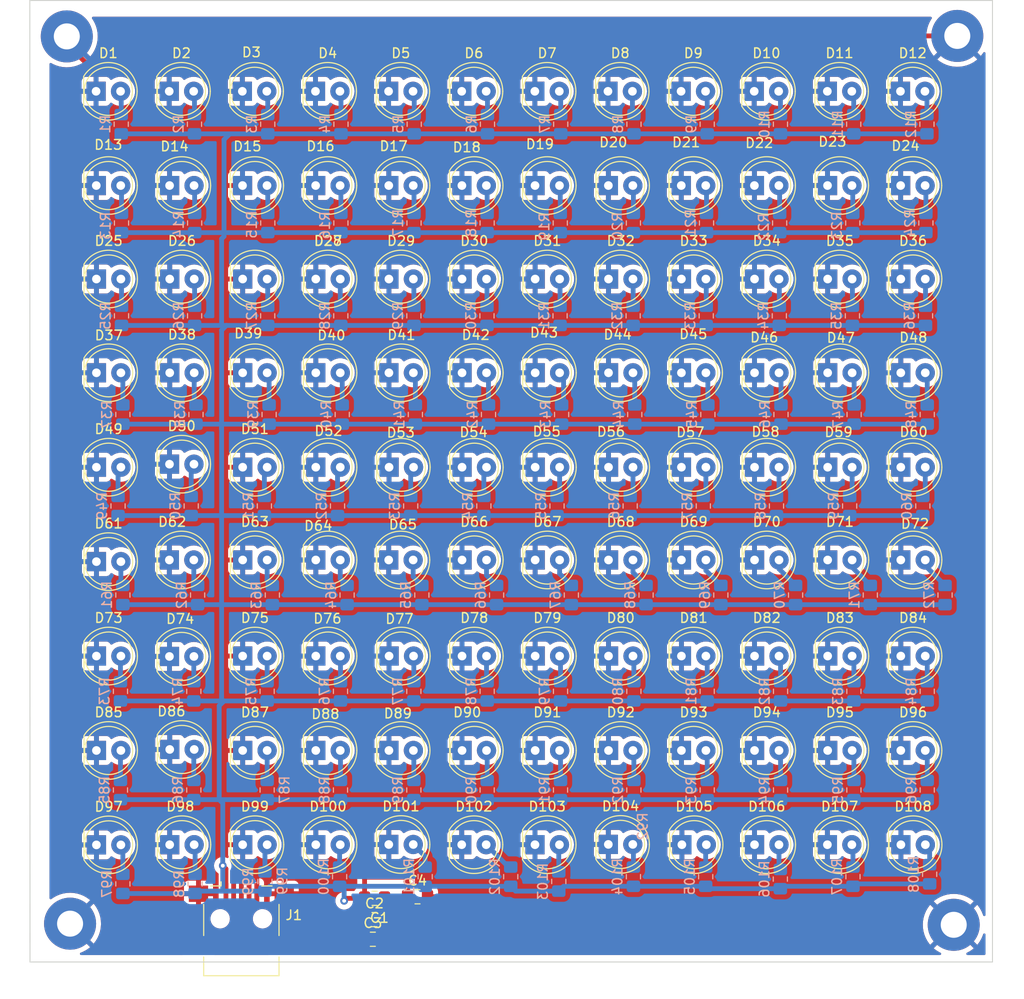
<source format=kicad_pcb>
(kicad_pcb (version 20211014) (generator pcbnew)
  (layers (0 "F.Cu" signal) (31 "B.Cu" signal) (34 "B.Paste" user) (35 "F.Paste" user) (36 "B.SilkS" user "B.Silkscreen") (37 "F.SilkS" user "F.Silkscreen") (38 "B.Mask" user) (39 "F.Mask" user) (44 "Edge.Cuts" user))
  (net 0 "")
  (net 1 "GND")
  (net 2 "Net-(D1-Pad2)")
  (net 3 "Net-(D2-Pad2)")
  (net 4 "Net-(D3-Pad2)")
  (net 5 "Net-(D4-Pad2)")
  (net 6 "Net-(D5-Pad2)")
  (net 7 "Net-(D6-Pad2)")
  (net 8 "Net-(D7-Pad2)")
  (net 9 "Net-(D8-Pad2)")
  (net 10 "Net-(D10-Pad2)")
  (net 11 "Net-(D11-Pad2)")
  (net 12 "Net-(D12-Pad2)")
  (net 13 "Net-(D13-Pad2)")
  (net 14 "Net-(D14-Pad2)")
  (net 15 "Net-(D15-Pad2)")
  (net 16 "Net-(D16-Pad2)")
  (net 17 "Net-(D17-Pad2)")
  (net 18 "Net-(D19-Pad2)")
  (net 19 "Net-(D21-Pad2)")
  (net 20 "Net-(D22-Pad2)")
  (net 21 "Net-(D23-Pad2)")
  (net 22 "Net-(D24-Pad2)")
  (net 23 "Net-(D25-Pad2)")
  (net 24 "Net-(D26-Pad2)")
  (net 25 "Net-(D27-Pad2)")
  (net 26 "Net-(D28-Pad2)")
  (net 27 "Net-(D29-Pad2)")
  (net 28 "Net-(D30-Pad2)")
  (net 29 "Net-(D31-Pad2)")
  (net 30 "Net-(D32-Pad2)")
  (net 31 "Net-(D33-Pad2)")
  (net 32 "Net-(D34-Pad2)")
  (net 33 "Net-(D35-Pad2)")
  (net 34 "Net-(D36-Pad2)")
  (net 35 "Net-(D37-Pad2)")
  (net 36 "Net-(D38-Pad2)")
  (net 37 "Net-(D39-Pad2)")
  (net 38 "Net-(D40-Pad2)")
  (net 39 "Net-(D41-Pad2)")
  (net 40 "Net-(D42-Pad2)")
  (net 41 "Net-(D43-Pad2)")
  (net 42 "Net-(D44-Pad2)")
  (net 43 "Net-(D45-Pad2)")
  (net 44 "Net-(D46-Pad2)")
  (net 45 "Net-(D47-Pad2)")
  (net 46 "Net-(D48-Pad2)")
  (net 47 "Net-(D49-Pad2)")
  (net 48 "Net-(D50-Pad2)")
  (net 49 "Net-(D51-Pad2)")
  (net 50 "Net-(D52-Pad2)")
  (net 51 "Net-(D53-Pad2)")
  (net 52 "Net-(D54-Pad2)")
  (net 53 "Net-(D55-Pad2)")
  (net 54 "Net-(D56-Pad2)")
  (net 55 "Net-(D57-Pad2)")
  (net 56 "Net-(D58-Pad2)")
  (net 57 "Net-(D59-Pad2)")
  (net 58 "Net-(D60-Pad2)")
  (net 59 "Net-(D61-Pad2)")
  (net 60 "Net-(D62-Pad2)")
  (net 61 "Net-(D63-Pad2)")
  (net 62 "Net-(D64-Pad2)")
  (net 63 "Net-(D65-Pad2)")
  (net 64 "Net-(D66-Pad2)")
  (net 65 "Net-(D67-Pad2)")
  (net 66 "Net-(D68-Pad2)")
  (net 67 "Net-(D69-Pad2)")
  (net 68 "Net-(D70-Pad2)")
  (net 69 "Net-(D71-Pad2)")
  (net 70 "Net-(D72-Pad2)")
  (net 71 "Net-(D73-Pad2)")
  (net 72 "Net-(D74-Pad2)")
  (net 73 "Net-(D75-Pad2)")
  (net 74 "Net-(D76-Pad2)")
  (net 75 "Net-(D77-Pad2)")
  (net 76 "Net-(D78-Pad2)")
  (net 77 "Net-(D79-Pad2)")
  (net 78 "Net-(D80-Pad2)")
  (net 82 "Net-(D9-Pad2)")
  (net 83 "Net-(D18-Pad2)")
  (net 84 "Net-(D20-Pad2)")
  (net 85 "Net-(C1-Pad1)")
  (net 86 "Net-(D81-Pad2)")
  (net 87 "Net-(D82-Pad2)")
  (net 88 "Net-(D83-Pad2)")
  (net 89 "Net-(D84-Pad2)")
  (net 90 "Net-(D85-Pad2)")
  (net 91 "Net-(D86-Pad2)")
  (net 92 "Net-(D87-Pad2)")
  (net 93 "Net-(D88-Pad2)")
  (net 94 "Net-(D89-Pad2)")
  (net 95 "Net-(D90-Pad2)")
  (net 96 "Net-(D91-Pad2)")
  (net 97 "Net-(D92-Pad2)")
  (net 98 "Net-(D93-Pad2)")
  (net 99 "Net-(D94-Pad2)")
  (net 100 "Net-(D95-Pad2)")
  (net 101 "Net-(D96-Pad2)")
  (net 102 "Net-(D97-Pad2)")
  (net 103 "Net-(D98-Pad2)")
  (net 104 "Net-(D99-Pad2)")
  (net 105 "Net-(D100-Pad2)")
  (net 106 "Net-(D101-Pad2)")
  (net 107 "Net-(D102-Pad2)")
  (net 108 "Net-(D103-Pad2)")
  (net 109 "Net-(D104-Pad2)")
  (net 110 "Net-(D105-Pad2)")
  (net 111 "Net-(D106-Pad2)")
  (net 112 "Net-(D107-Pad2)")
  (net 113 "Net-(D108-Pad2)")
  (footprint "LED_THT:LED_D5.0mm" (layer "F.Cu") (at 82.686818 78.16875)
    (fp_text reference "D39")
    (fp_text value "LED")
  )
  (footprint "LED_THT:LED_D5.0mm" (layer "F.Cu") (at 90.277727 87.975)
    (fp_text reference "D52")
    (fp_text value "LED")
  )
  (footprint "LED_THT:LED_D5.0mm" (layer "F.Cu") (at 135.823181 107.5875)
    (fp_text reference "D82")
    (fp_text value "LED")
  )
  (footprint "LED_THT:LED_D5.0mm" (layer "F.Cu") (at 143.41409 107.5875)
    (fp_text reference "D83")
    (fp_text value "LED")
  )
  (footprint "LED_THT:LED_D5.0mm" (layer "F.Cu") (at 113.050454 117.39375)
    (fp_text reference "D91")
    (fp_text value "LED")
  )
  (footprint "LED_THT:LED_D5.0mm" (layer "F.Cu") (at 150.99 58.72)
    (fp_text reference "D24")
    (fp_text value "LED")
  )
  (footprint "Connector_USB:USB_Mini-B_Lumberg_2486_01_Horizontal" (layer "F.Cu") (at 82.55 134.874)
    (fp_text reference "J1")
    (fp_text value "USB_OTG")
  )
  (footprint "LED_THT:LED_D5.0mm" (layer "F.Cu") (at 90.277727 78.16875)
    (fp_text reference "D40")
    (fp_text value "LED")
  )
  (footprint "LED_THT:LED_D5.0mm" (layer "F.Cu") (at 97.833636 48.93375)
    (fp_text reference "D5")
    (fp_text value "LED")
  )
  (footprint "LED_THT:LED_D5.0mm" (layer "F.Cu") (at 97.868636 68.43)
    (fp_text reference "D29")
    (fp_text value "LED")
  )
  (footprint "LED_THT:LED_D5.0mm" (layer "F.Cu") (at 143.385 127.18)
    (fp_text reference "D107")
    (fp_text value "LED")
  )
  (footprint "LED_THT:LED_D5.0mm" (layer "F.Cu") (at 120.665 78.16875)
    (fp_text reference "D44")
    (fp_text value "LED")
  )
  (footprint "LED_THT:LED_D5.0mm" (layer "F.Cu") (at 90.277727 68.43)
    (fp_text reference "D28")
    (fp_text value "LED")
  )
  (footprint "LED_THT:LED_D5.0mm" (layer "F.Cu") (at 90.277727 117.39375)
    (fp_text reference "D88")
    (fp_text value "LED")
  )
  (footprint "Capacitor_SMD:C_0805_2012Metric_Pad1.18x1.45mm_HandSolder" (layer "F.Cu") (at 96.37 134.96)
    (fp_text reference "C2")
    (fp_text value "10uF")
  )
  (footprint "LED_THT:LED_D5.0mm" (layer "F.Cu") (at 75.115 68.43)
    (fp_text reference "D26")
    (fp_text value "LED")
  )
  (footprint "LED_THT:LED_D5.0mm" (layer "F.Cu") (at 75.075 97.61)
    (fp_text reference "D62")
    (fp_text value "LED")
  )
  (footprint "LED_THT:LED_D5.0mm" (layer "F.Cu") (at 105.459545 87.975)
    (fp_text reference "D54")
    (fp_text value "LED")
  )
  (footprint "LED_THT:LED_D5.0mm" (layer "F.Cu") (at 105.459545 117.39375)
    (fp_text reference "D90")
    (fp_text value "LED")
  )
  (footprint "LED_THT:LED_D5.0mm" (layer "F.Cu") (at 82.686818 107.5875)
    (fp_text reference "D75")
    (fp_text value "LED")
  )
  (footprint "LED_THT:LED_D5.0mm" (layer "F.Cu") (at 128.232272 107.5875)
    (fp_text reference "D81")
    (fp_text value "LED")
  )
  (footprint "LED_THT:LED_D5.0mm" (layer "F.Cu") (at 67.505 97.78125)
    (fp_text reference "D61")
    (fp_text value "LED")
  )
  (footprint "LED_THT:LED_D5.0mm" (layer "F.Cu") (at 97.885 107.5875)
    (fp_text reference "D77")
    (fp_text value "LED")
  )
  (footprint "LED_THT:LED_D5.0mm" (layer "F.Cu") (at 82.686818 97.61)
    (fp_text reference "D63")
    (fp_text value "LED")
  )
  (footprint "LED_THT:LED_D5.0mm" (layer "F.Cu") (at 128.28 127.18)
    (fp_text reference "D105")
    (fp_text value "LED")
  )
  (footprint "LED_THT:LED_D5.0mm" (layer "F.Cu") (at 135.82 127.18)
    (fp_text reference "D106")
    (fp_text value "LED")
  )
  (footprint "LED_THT:LED_D5.0mm" (layer "F.Cu") (at 120.665 97.61)
    (fp_text reference "D68")
    (fp_text value "LED")
  )
  (footprint "LED_THT:LED_D5.0mm" (layer "F.Cu") (at 75.11 127.18)
    (fp_text reference "D98")
    (fp_text value "LED")
  )
  (footprint "LED_THT:LED_D5.0mm" (layer "F.Cu") (at 75.085 107.63)
    (fp_text reference "D74")
    (fp_text value "LED")
  )
  (footprint "Capacitor_SMD:C_0805_2012Metric_Pad1.18x1.45mm_HandSolder" (layer "F.Cu") (at 96.38 132.75)
    (fp_text reference "C1")
    (fp_text value "10uF")
  )
  (footprint "LED_THT:LED_D5.0mm" (layer "F.Cu") (at 143.41409 87.975)
    (fp_text reference "D59")
    (fp_text value "LED")
  )
  (footprint "LED_THT:LED_D5.0mm" (layer "F.Cu") (at 151.005 117.39375)
    (fp_text reference "D96")
    (fp_text value "LED")
  )
  (footprint "LED_THT:LED_D5.0mm" (layer "F.Cu") (at 90.277727 97.61)
    (fp_text reference "D64")
    (fp_text value "LED")
  )
  (footprint "MountingHole:MountingHole_2.7mm_Pad" (layer "F.Cu") (at 156.5 135.5)
    (fp_text reference "H2" hide)
    (fp_text value "MountingHole_Pad")
  )
  (footprint "LED_THT:LED_D5.0mm" (layer "F.Cu") (at 128.232272 97.61)
    (fp_text reference "D69")
    (fp_text value "LED")
  )
  (footprint "MountingHole:MountingHole_2.7mm_Pad" (layer "F.Cu") (at 156.87 43.18)
    (fp_text reference "H4" hide)
    (fp_text value "MountingHole_Pad")
  )
  (footprint "LED_THT:LED_D5.0mm" (layer "F.Cu") (at 105.444545 58.72)
    (fp_text reference "D18")
    (fp_text value "LED")
  )
  (footprint "LED_THT:LED_D5.0mm" (layer "F.Cu") (at 128.232272 68.43)
    (fp_text reference "D33")
    (fp_text value "LED")
  )
  (footprint "LED_THT:LED_D5.0mm" (layer "F.Cu") (at 113.050454 97.61)
    (fp_text reference "D67")
    (fp_text value "LED")
  )
  (footprint "LED_THT:LED_D5.0mm" (layer "F.Cu") (at 151.015 127.18)
    (fp_text reference "D108")
    (fp_text value "LED")
  )
  (footprint "LED_THT:LED_D5.0mm" (layer "F.Cu") (at 105.424545 48.93375)
    (fp_text reference "D6")
    (fp_text value "LED")
  )
  (footprint "LED_THT:LED_D5.0mm" (layer "F.Cu") (at 67.505 68.43)
    (fp_text reference "D25")
    (fp_text value "LED")
  )
  (footprint "LED_THT:LED_D5.0mm" (layer "F.Cu") (at 97.885 87.975)
    (fp_text reference "D53")
    (fp_text value "LED")
  )
  (footprint "LED_THT:LED_D5.0mm" (layer "F.Cu") (at 105.459545 107.5875)
    (fp_text reference "D78")
    (fp_text value "LED")
  )
  (footprint "LED_THT:LED_D5.0mm" (layer "F.Cu") (at 97.845 97.61)
    (fp_text reference "D65")
    (fp_text value "LED")
  )
  (footprint "LED_THT:LED_D5.0mm" (layer "F.Cu") (at 113.050454 78.16875)
    (fp_text reference "D43")
    (fp_text value "LED")
  )
  (footprint "LED_THT:LED_D5.0mm" (layer "F.Cu") (at 151.005 68.43)
    (fp_text reference "D36")
    (fp_text value "LED")
  )
  (footprint "LED_THT:LED_D5.0mm" (layer "F.Cu") (at 120.606363 48.93375)
    (fp_text reference "D8")
    (fp_text value "LED")
  )
  (footprint "LED_THT:LED_D5.0mm" (layer "F.Cu") (at 120.65 58.72)
    (fp_text reference "D20")
    (fp_text value "LED")
  )
  (footprint "LED_THT:LED_D5.0mm" (layer "F.Cu") (at 97.87 117.39375)
    (fp_text reference "D89")
    (fp_text value "LED")
  )
  (footprint "LED_THT:LED_D5.0mm" (layer "F.Cu") (at 75.09 87.66)
    (fp_text reference "D50")
    (fp_text value "LED")
  )
  (footprint "LED_THT:LED_D5.0mm" (layer "F.Cu") (at 97.853636 58.72)
    (fp_text reference "D17")
    (fp_text value "LED")
  )
  (footprint "LED_THT:LED_D5.0mm" (layer "F.Cu") (at 105.459545 78.16875)
    (fp_text reference "D42")
    (fp_text value "LED")
  )
  (footprint "LED_THT:LED_D5.0mm" (layer "F.Cu") (at 143.39909 58.72)
    (fp_text reference "D23")
    (fp_text value "LED")
  )
  (footprint "LED_THT:LED_D5.0mm" (layer "F.Cu") (at 151.005 78.16875)
    (fp_text reference "D48")
    (fp_text value "LED")
  )
  (footprint "LED_THT:LED_D5.0mm" (layer "F.Cu") (at 67.505 87.975)
    (fp_text reference "D49")
    (fp_text value "LED")
  )
  (footprint "LED_THT:LED_D5.0mm" (layer "F.Cu") (at 97.855 127.16)
    (fp_text reference "D101")
    (fp_text value "LED")
  )
  (footprint "LED_THT:LED_D5.0mm" (layer "F.Cu") (at 128.217272 58.72)
    (fp_text reference "D21")
    (fp_text value "LED")
  )
  (footprint "LED_THT:LED_D5.0mm" (layer "F.Cu") (at 151.005 107.5875)
    (fp_text reference "D84")
    (fp_text value "LED")
  )
  (footprint "LED_THT:LED_D5.0mm" (layer "F.Cu") (at 143.41409 78.16875)
    (fp_text reference "D47")
    (fp_text value "LED")
  )
  (footprint "LED_THT:LED_D5.0mm" (layer "F.Cu") (at 135.823181 68.43)
    (fp_text reference "D34")
    (fp_text value "LED")
  )
  (footprint "LED_THT:LED_D5.0mm" (layer "F.Cu") (at 67.505 78.16875)
    (fp_text reference "D37")
    (fp_text value "LED")
  )
  (footprint "LED_THT:LED_D5.0mm" (layer "F.Cu") (at 75.1 58.72)
    (fp_text reference "D14")
    (fp_text value "LED")
  )
  (footprint "LED_THT:LED_D5.0mm" (layer "F.Cu") (at 135.823181 117.39375)
    (fp_text reference "D94")
    (fp_text value "LED")
  )
  (footprint "LED_THT:LED_D5.0mm" (layer "F.Cu") (at 105.425 127.18)
    (fp_text reference "D102")
    (fp_text value "LED")
  )
  (footprint "LED_THT:LED_D5.0mm" (layer "F.Cu") (at 82.671818 58.72)
    (fp_text reference "D15")
    (fp_text value "LED")
  )
  (footprint "LED_THT:LED_D5.0mm" (layer "F.Cu") (at 90.262727 58.72)
    (fp_text reference "D16")
    (fp_text value "LED")
  )
  (footprint "LED_THT:LED_D5.0mm" (layer "F.Cu") (at 113.050454 107.5875)
    (fp_text reference "D79")
    (fp_text value "LED")
  )
  (footprint "LED_THT:LED_D5.0mm" (layer "F.Cu") (at 151.005 87.975)
    (fp_text reference "D60")
    (fp_text value "LED")
  )
  (footprint "LED_THT:LED_D5.0mm" (layer "F.Cu") (at 105.459545 97.61)
    (fp_text reference "D66")
    (fp_text value "LED")
  )
  (footprint "LED_THT:LED_D5.0mm" (layer "F.Cu") (at 135.823181 97.61)
    (fp_text reference "D70")
    (fp_text value "LED")
  )
  (footprint "LED_THT:LED_D5.0mm" (layer "F.Cu") (at 67.47 48.93375)
    (fp_text reference "D1")
    (fp_text value "LED")
  )
  (footprint "LED_THT:LED_D5.0mm" (layer "F.Cu") (at 90.242727 48.93375)
    (fp_text reference "D4")
    (fp_text value "LED")
  )
  (footprint "LED_THT:LED_D5.0mm" (layer "F.Cu") (at 82.651818 48.93375)
    (fp_text reference "D3")
    (fp_text value "LED")
  )
  (footprint "LED_THT:LED_D5.0mm" (layer "F.Cu") (at 75.060909 48.93375)
    (fp_text reference "D2")
    (fp_text value "LED")
  )
  (footprint "LED_THT:LED_D5.0mm" (layer "F.Cu") (at 120.645 127.15)
    (fp_text reference "D104")
    (fp_text value "LED")
  )
  (footprint "LED_THT:LED_D5.0mm" (layer "F.Cu") (at 113.03 127.18)
    (fp_text reference "D103")
    (fp_text value "LED")
  )
  (footprint "Capacitor_SMD:C_0805_2012Metric_Pad1.18x1.45mm_HandSolder" (layer "F.Cu") (at 100.838 132.588)
    (fp_text reference "C4")
    (fp_text value "10uF")
  )
  (footprint "LED_THT:LED_D5.0mm" (layer "F.Cu") (at 143.41409 117.39375)
    (fp_text reference "D95")
    (fp_text value "LED")
  )
  (footprint "LED_THT:LED_D5.0mm" (layer "F.Cu") (at 113.015454 48.93375)
    (fp_text reference "D7")
    (fp_text value "LED")
  )
  (footprint "LED_THT:LED_D5.0mm" (layer "F.Cu") (at 67.505 107.5875)
    (fp_text reference "D73")
    (fp_text value "LED")
  )
  (footprint "LED_THT:LED_D5.0mm" (layer "F.Cu") (at 135.823181 78.16875)
    (fp_text reference "D46")
    (fp_text value "LED")
  )
  (footprint "LED_THT:LED_D5.0mm" (layer "F.Cu") (at 120.665 87.975)
    (fp_text reference "D56")
    (fp_text value "LED")
  )
  (footprint "LED_THT:LED_D5.0mm" (layer "F.Cu") (at 128.232272 78.16875)
    (fp_text reference "D45")
    (fp_text value "LED")
  )
  (footprint "LED_THT:LED_D5.0mm" (layer "F.Cu") (at 143.41409 68.43)
    (fp_text reference "D35")
    (fp_text value "LED")
  )
  (footprint "LED_THT:LED_D5.0mm" (layer "F.Cu") (at 128.232272 87.975)
    (fp_text reference "D57")
    (fp_text value "LED")
  )
  (footprint "MountingHole:MountingHole_2.7mm_Pad" (layer "F.Cu") (at 64.77 135.382)
    (fp_text reference "H3" hide)
    (fp_text value "MountingHole_Pad")
  )
  (footprint "LED_THT:LED_D5.0mm" (layer "F.Cu") (at 143.37909 48.93375)
    (fp_text reference "D11")
    (fp_text value "LED")
  )
  (footprint "LED_THT:LED_D5.0mm" (layer "F.Cu") (at 82.686818 68.43)
    (fp_text reference "D27")
    (fp_text value "LED")
  )
  (footprint "LED_THT:LED_D5.0mm" (layer "F.Cu") (at 135.808181 58.72)
    (fp_text reference "D22")
    (fp_text value "LED")
  )
  (footprint "LED_THT:LED_D5.0mm" (layer "F.Cu") (at 151.005 97.61)
    (fp_text reference "D72")
    (fp_text value "LED")
  )
  (footprint "LED_THT:LED_D5.0mm" (layer "F.Cu") (at 82.686818 87.975)
    (fp_text reference "D51")
    (fp_text value "LED")
  )
  (footprint "LED_THT:LED_D5.0mm" (layer "F.Cu") (at 67.505 117.39375)
    (fp_text reference "D85")
    (fp_text value "LED")
  )
  (footprint "LED_THT:LED_D5.0mm" (layer "F.Cu") (at 135.823181 87.975)
    (fp_text reference "D58")
    (fp_text value "LED")
  )
  (footprint "LED_THT:LED_D5.0mm" (layer "F.Cu") (at 82.686818 127.18)
    (fp_text reference "D99")
    (fp_text value "LED")
  )
  (footprint "LED_THT:LED_D5.0mm" (layer "F.Cu") (at 67.49 58.72)
    (fp_text reference "D13")
    (fp_text value "LED")
  )
  (footprint "LED_THT:LED_D5.0mm" (layer "F.Cu") (at 105.459545 68.43)
    (fp_text reference "D30")
    (fp_text value "LED")
  )
  (footprint "Capacitor_SMD:C_0805_2012Metric_Pad1.18x1.45mm_HandSolder" (layer "F.Cu") (at 96.2 137)
    (fp_text reference "C3")
    (fp_text value "10uF")
  )
  (footprint "LED_THT:LED_D5.0mm" (layer "F.Cu") (at 135.788181 48.93375)
    (fp_text reference "D10")
    (fp_text value "LED")
  )
  (footprint "LED_THT:LED_D5.0mm" (layer "F.Cu") (at 82.686818 117.39375)
    (fp_text reference "D87")
    (fp_text value "LED")
  )
  (footprint "LED_THT:LED_D5.0mm" (layer "F.Cu") (at 143.41409 97.61)
    (fp_text reference "D71")
    (fp_text value "LED")
  )
  (footprint "LED_THT:LED_D5.0mm" (layer "F.Cu") (at 90.277727 127.18)
    (fp_text reference "D100")
    (fp_text value "LED")
  )
  (footprint "LED_THT:LED_D5.0mm" (layer "F.Cu") (at 67.505 127.2)
    (fp_text reference "D97")
    (fp_text value "LED")
  )
  (footprint "LED_THT:LED_D5.0mm" (layer "F.Cu") (at 128.197272 48.93375)
    (fp_text reference "D9")
    (fp_text value "LED")
  )
  (footprint "LED_THT:LED_D5.0mm" (layer "F.Cu") (at 120.665 117.39375)
    (fp_text reference "D92")
    (fp_text value "LED")
  )
  (footprint "LED_THT:LED_D5.0mm" (layer "F.Cu") (at 150.97 48.93375)
    (fp_text reference "D12")
    (fp_text value "LED")
  )
  (footprint "LED_THT:LED_D5.0mm" (layer "F.Cu") (at 97.868636 78.16875)
    (fp_text reference "D41")
    (fp_text value "LED")
  )
  (footprint "LED_THT:LED_D5.0mm" (layer "F.Cu") (at 75.115 117.289089)
    (fp_text reference "D86")
    (fp_text value "LED")
  )
  (footprint "LED_THT:LED_D5.0mm" (layer "F.Cu") (at 120.665 107.5875)
    (fp_text reference "D80")
    (fp_text value "LED")
  )
  (footprint "LED_THT:LED_D5.0mm" (layer "F.Cu") (at 113.050454 68.43)
    (fp_text reference "D31")
    (fp_text value "LED")
  )
  (footprint "LED_THT:LED_D5.0mm" (layer "F.Cu") (at 90.277727 107.5875)
    (fp_text reference "D76")
    (fp_text value "LED")
  )
  (footprint "LED_THT:LED_D5.0mm" (layer "F.Cu") (at 113.035454 58.72)
    (fp_text reference "D19")
    (fp_text value "LED")
  )
  (footprint "LED_THT:LED_D5.0mm" (layer "F.Cu") (at 113.050454 87.975)
    (fp_text reference "D55")
    (fp_text value "LED")
  )
  (footprint "MountingHole:MountingHole_2.7mm_Pad" (layer "F.Cu") (at 64.43 43.23)
    (fp_text reference "H1" hide)
    (fp_text value "MountingHole_Pad")
  )
  (footprint "LED_THT:LED_D5.0mm" (layer "F.Cu") (at 128.232272 117.39375)
    (fp_text reference "D93")
    (fp_text value "LED")
  )
  (footprint "LED_THT:LED_D5.0mm" (layer "F.Cu") (at 120.665 68.43)
    (fp_text reference "D32")
    (fp_text value "LED")
  )
  (footprint "LED_THT:LED_D5.0mm" (layer "F.Cu") (at 75.115 78.16875)
    (fp_text reference "D38")
    (fp_text value "LED")
  )
  (footprint "Resistor_SMD:R_0805_2012Metric_Pad1.20x1.40mm_HandSolder" (layer "B.Cu") (at 146.13636 111.25 -90)
    (fp_text reference "R83")
    (fp_text value "1K")
  )
  (footprint "Resistor_SMD:R_0805_2012Metric_Pad1.20x1.40mm_HandSolder" (layer "B.Cu") (at 123.25 130.5 -90)
    (fp_text reference "R104")
    (fp_text value "1K")
  )
  (footprint "Resistor_SMD:R_0805_2012Metric_Pad1.20x1.40mm_HandSolder" (layer "B.Cu") (at 132.32272 101.25 -90)
    (fp_text reference "R69")
    (fp_text value "1K")
  )
  (footprint "Resistor_SMD:R_0805_2012Metric_Pad1.20x1.40mm_HandSolder" (layer "B.Cu") (at 115.31727 92 -90)
    (fp_text reference "R55")
    (fp_text value "1K")
  )
  (footprint "Resistor_SMD:R_0805_2012Metric_Pad1.20x1.40mm_HandSolder" (layer "B.Cu") (at 92.840908 111.25 -90)
    (fp_text reference "R76")
    (fp_text value "1K")
  )
  (footprint "Resistor_SMD:R_0805_2012Metric_Pad1.20x1.40mm_HandSolder" (layer "B.Cu") (at 92.533635 92 -90)
    (fp_text reference "R52")
    (fp_text value "1K")
  )
  (footprint "Resistor_SMD:R_0805_2012Metric_Pad1.20x1.40mm_HandSolder" (layer "B.Cu") (at 85.227272 111.25 -90)
    (fp_text reference "R75")
    (fp_text value "1K")
  )
  (footprint "Resistor_SMD:R_0805_2012Metric_Pad1.20x1.40mm_HandSolder" (layer "B.Cu") (at 153.29 92 -90)
    (fp_text reference "R60")
    (fp_text value "1K")
  )
  (footprint "Resistor_SMD:R_0805_2012Metric_Pad1.20x1.40mm_HandSolder" (layer "B.Cu") (at 85.76818 101.25 -90)
    (fp_text reference "R63")
    (fp_text value "1K")
  )
  (footprint "Resistor_SMD:R_0805_2012Metric_Pad1.20x1.40mm_HandSolder" (layer "B.Cu") (at 116.80454 101.25 -90)
    (fp_text reference "R67")
    (fp_text value "1K")
  )
  (footprint "Resistor_SMD:R_0805_2012Metric_Pad1.20x1.40mm_HandSolder" (layer "B.Cu") (at 85.284544 72.25 -90)
    (fp_text reference "R27")
    (fp_text value "1K")
  )
  (footprint "Resistor_SMD:R_0805_2012Metric_Pad1.20x1.40mm_HandSolder" (layer "B.Cu") (at 115.5 131 -90)
    (fp_text reference "R103")
    (fp_text value "1K")
  )
  (footprint "Resistor_SMD:R_0805_2012Metric_Pad1.20x1.40mm_HandSolder" (layer "B.Cu") (at 153.75 111.25 -90)
    (fp_text reference "R84")
    (fp_text value "1K")
  )
  (footprint "Resistor_SMD:R_0805_2012Metric_Pad1.20x1.40mm_HandSolder" (layer "B.Cu") (at 115.681816 111.25 -90)
    (fp_text reference "R79")
    (fp_text value "1K")
  )
  (footprint "Resistor_SMD:R_0805_2012Metric_Pad1.20x1.40mm_HandSolder" (layer "B.Cu") (at 130.808176 72.25 -90)
    (fp_text reference "R33")
    (fp_text value "1K")
  )
  (footprint "Resistor_SMD:R_0805_2012Metric_Pad1.20x1.40mm_HandSolder" (layer "B.Cu") (at 78.00909 101.25 -90)
    (fp_text reference "R62")
    (fp_text value "1K")
  )
  (footprint "Resistor_SMD:R_0805_2012Metric_Pad1.20x1.40mm_HandSolder" (layer "B.Cu") (at 70 121.5 -90)
    (fp_text reference "R85")
    (fp_text value "1K")
  )
  (footprint "Resistor_SMD:R_0805_2012Metric_Pad1.20x1.40mm_HandSolder" (layer "B.Cu") (at 154 130.25 -90)
    (fp_text reference "R108")
    (fp_text value "1K")
  )
  (footprint "Resistor_SMD:R_0805_2012Metric_Pad1.20x1.40mm_HandSolder" (layer "B.Cu") (at 70.25 131.25 -90)
    (fp_text reference "R97")
    (fp_text value "1K")
  )
  (footprint "Resistor_SMD:R_0805_2012Metric_Pad1.20x1.40mm_HandSolder" (layer "B.Cu") (at 77.344545 92 -90)
    (fp_text reference "R50")
    (fp_text value "1K")
  )
  (footprint "Resistor_SMD:R_0805_2012Metric_Pad1.20x1.40mm_HandSolder" (layer "B.Cu") (at 145.69545 92 -90)
    (fp_text reference "R59")
    (fp_text value "1K")
  )
  (footprint "Resistor_SMD:R_0805_2012Metric_Pad1.20x1.40mm_HandSolder" (layer "B.Cu") (at 124.56363 101.25 -90)
    (fp_text reference "R68")
    (fp_text value "1K")
  )
  (footprint "Resistor_SMD:R_0805_2012Metric_Pad1.20x1.40mm_HandSolder" (layer "B.Cu") (at 146.01909 62.61 -90)
    (fp_text reference "R23")
    (fp_text value "1K")
  )
  (footprint "Resistor_SMD:R_0805_2012Metric_Pad1.20x1.40mm_HandSolder" (layer "B.Cu") (at 85.227272 121.5 -90)
    (fp_text reference "R87")
    (fp_text value "1K")
  )
  (footprint "Resistor_SMD:R_0805_2012Metric_Pad1.20x1.40mm_HandSolder" (layer "B.Cu") (at 84.93909 92 -90)
    (fp_text reference "R51")
    (fp_text value "1K")
  )
  (footprint "Resistor_SMD:R_0805_2012Metric_Pad1.20x1.40mm_HandSolder" (layer "B.Cu") (at 70.08 52.35 -90)
    (fp_text reference "R1")
    (fp_text value "1K")
  )
  (footprint "Resistor_SMD:R_0805_2012Metric_Pad1.20x1.40mm_HandSolder" (layer "B.Cu") (at 77.75 131.25 -90)
    (fp_text reference "R98")
    (fp_text value "1K")
  )
  (footprint "Resistor_SMD:R_0805_2012Metric_Pad1.20x1.40mm_HandSolder" (layer "B.Cu") (at 115.633632 72.25 -90)
    (fp_text reference "R31")
    (fp_text value "1K")
  )
  (footprint "Resistor_SMD:R_0805_2012Metric_Pad1.20x1.40mm_HandSolder" (layer "B.Cu") (at 108.204545 82.5 -90)
    (fp_text reference "R42")
    (fp_text value "1K")
  )
  (footprint "Resistor_SMD:R_0805_2012Metric_Pad1.20x1.40mm_HandSolder" (layer "B.Cu") (at 130.909088 111.25 -90)
    (fp_text reference "R81")
    (fp_text value "1K")
  )
  (footprint "Resistor_SMD:R_0805_2012Metric_Pad1.20x1.40mm_HandSolder" (layer "B.Cu") (at 147.8409 101.25 -90)
    (fp_text reference "R71")
    (fp_text value "1K")
  )
  (footprint "Resistor_SMD:R_0805_2012Metric_Pad1.20x1.40mm_HandSolder" (layer "B.Cu") (at 77.613636 121.5 -90)
    (fp_text reference "R86")
    (fp_text value "1K")
  )
  (footprint "Resistor_SMD:R_0805_2012Metric_Pad1.20x1.40mm_HandSolder" (layer "B.Cu") (at 92.75 130.5 -90)
    (fp_text reference "R100")
    (fp_text value "1K")
  )
  (footprint "Resistor_SMD:R_0805_2012Metric_Pad1.20x1.40mm_HandSolder" (layer "B.Cu") (at 92.890908 52.35 -90)
    (fp_text reference "R4")
    (fp_text value "1K")
  )
  (footprint "Resistor_SMD:R_0805_2012Metric_Pad1.20x1.40mm_HandSolder" (layer "B.Cu") (at 115.701816 52.35 -90)
    (fp_text reference "R7")
    (fp_text value "1K")
  )
  (footprint "Resistor_SMD:R_0805_2012Metric_Pad1.20x1.40mm_HandSolder" (layer "B.Cu") (at 146.15909 82.5 -90)
    (fp_text reference "R47")
    (fp_text value "1K")
  )
  (footprint "Resistor_SMD:R_0805_2012Metric_Pad1.20x1.40mm_HandSolder" (layer "B.Cu") (at 100.459088 72.25 -90)
    (fp_text reference "R29")
    (fp_text value "1K")
  )
  (footprint "Resistor_SMD:R_0805_2012Metric_Pad1.20x1.40mm_HandSolder" (layer "B.Cu") (at 138.568181 82.5 -90)
    (fp_text reference "R46")
    (fp_text value "1K")
  )
  (footprint "Resistor_SMD:R_0805_2012Metric_Pad1.20x1.40mm_HandSolder" (layer "B.Cu") (at 123.295452 121.5 -90)
    (fp_text reference "R92")
    (fp_text value "1K")
  )
  (footprint "Resistor_SMD:R_0805_2012Metric_Pad1.20x1.40mm_HandSolder" (layer "B.Cu") (at 123.386363 82.5 -90)
    (fp_text reference "R44")
    (fp_text value "1K")
  )
  (footprint "Resistor_SMD:R_0805_2012Metric_Pad1.20x1.40mm_HandSolder" (layer "B.Cu") (at 108.04636 72.25 -90)
    (fp_text reference "R30")
    (fp_text value "1K")
  )
  (footprint "Resistor_SMD:R_0805_2012Metric_Pad1.20x1.40mm_HandSolder" (layer "B.Cu") (at 100.454544 111.25 -90)
    (fp_text reference "R77")
    (fp_text value "1K")
  )
  (footprint "Resistor_SMD:R_0805_2012Metric_Pad1.20x1.40mm_HandSolder" (layer "B.Cu") (at 92.882727 62.61 -90)
    (fp_text reference "R16")
    (fp_text value "1K")
  )
  (footprint "Resistor_SMD:R_0805_2012Metric_Pad1.20x1.40mm_HandSolder" (layer "B.Cu") (at 146.04 130.5 -90)
    (fp_text reference "R107")
    (fp_text value "1K")
  )
  (footprint "Resistor_SMD:R_0805_2012Metric_Pad1.20x1.40mm_HandSolder" (layer "B.Cu") (at 70.11 62.61 -90)
    (fp_text reference "R13")
    (fp_text value "1K")
  )
  (footprint "Resistor_SMD:R_0805_2012Metric_Pad1.20x1.40mm_HandSolder" (layer "B.Cu") (at 70 111.25 -90)
    (fp_text reference "R73")
    (fp_text value "1K")
  )
  (footprint "Resistor_SMD:R_0805_2012Metric_Pad1.20x1.40mm_HandSolder" (layer "B.Cu") (at 140.08181 101.25 -90)
    (fp_text reference "R70")
    (fp_text value "1K")
  )
  (footprint "Resistor_SMD:R_0805_2012Metric_Pad1.20x1.40mm_HandSolder" (layer "B.Cu") (at 107.722725 92 -90)
    (fp_text reference "R54")
    (fp_text value "1K")
  )
  (footprint "Resistor_SMD:R_0805_2012Metric_Pad1.20x1.40mm_HandSolder" (layer "B.Cu") (at 123.305452 52.35 -90)
    (fp_text reference "R8")
    (fp_text value "1K")
  )
  (footprint "Resistor_SMD:R_0805_2012Metric_Pad1.20x1.40mm_HandSolder" (layer "B.Cu") (at 85.291818 62.61 -90)
    (fp_text reference "R15")
    (fp_text value "1K")
  )
  (footprint "Resistor_SMD:R_0805_2012Metric_Pad1.20x1.40mm_HandSolder" (layer "B.Cu") (at 101.631666 130.5 -90)
    (fp_text reference "R101")
    (fp_text value "1K")
  )
  (footprint "Resistor_SMD:R_0805_2012Metric_Pad1.20x1.40mm_HandSolder" (layer "B.Cu") (at 138.395448 72.25 -90)
    (fp_text reference "R34")
    (fp_text value "1K")
  )
  (footprint "Resistor_SMD:R_0805_2012Metric_Pad1.20x1.40mm_HandSolder" (layer "B.Cu") (at 153.75 82.5 -90)
    (fp_text reference "R48")
    (fp_text value "1K")
  )
  (footprint "Resistor_SMD:R_0805_2012Metric_Pad1.20x1.40mm_HandSolder" (layer "B.Cu") (at 123.220904 72.25 -90)
    (fp_text reference "R32")
    (fp_text value "1K")
  )
  (footprint "Resistor_SMD:R_0805_2012Metric_Pad1.20x1.40mm_HandSolder" (layer "B.Cu") (at 145.98272 72.25 -90)
    (fp_text reference "R35")
    (fp_text value "1K")
  )
  (footprint "Resistor_SMD:R_0805_2012Metric_Pad1.20x1.40mm_HandSolder" (layer "B.Cu") (at 138.512724 52.35 -90)
    (fp_text reference "R10")
    (fp_text value "1K")
  )
  (footprint "Resistor_SMD:R_0805_2012Metric_Pad1.20x1.40mm_HandSolder" (layer "B.Cu") (at 85.431818 82.5 -90)
    (fp_text reference "R39")
    (fp_text value "1K")
  )
  (footprint "Resistor_SMD:R_0805_2012Metric_Pad1.20x1.40mm_HandSolder" (layer "B.Cu") (at 130.909088 52.35 -90)
    (fp_text reference "R9")
    (fp_text value "1K")
  )
  (footprint "Resistor_SMD:R_0805_2012Metric_Pad1.20x1.40mm_HandSolder" (layer "B.Cu") (at 108.06818 111.25 -90)
    (fp_text reference "R78")
    (fp_text value "1K")
  )
  (footprint "Resistor_SMD:R_0805_2012Metric_Pad1.20x1.40mm_HandSolder" (layer "B.Cu") (at 69.75 92 -90)
    (fp_text reference "R49")
    (fp_text value "1K")
  )
  (footprint "Resistor_SMD:R_0805_2012Metric_Pad1.20x1.40mm_HandSolder" (layer "B.Cu") (at 138.522724 111.25 -90)
    (fp_text reference "R82")
    (fp_text value "1K")
  )
  (footprint "Resistor_SMD:R_0805_2012Metric_Pad1.20x1.40mm_HandSolder" (layer "B.Cu") (at 109.04545 101.25 -90)
    (fp_text reference "R66")
    (fp_text value "1K")
  )
  (footprint "Resistor_SMD:R_0805_2012Metric_Pad1.20x1.40mm_HandSolder" (layer "B.Cu") (at 70.25 101.25 -90)
    (fp_text reference "R61")
    (fp_text value "1K")
  )
  (footprint "Resistor_SMD:R_0805_2012Metric_Pad1.20x1.40mm_HandSolder" (layer "B.Cu") (at 123.295452 111.25 -90)
    (fp_text reference "R80")
    (fp_text value "1K")
  )
  (footprint "Resistor_SMD:R_0805_2012Metric_Pad1.20x1.40mm_HandSolder" (layer "B.Cu") (at 70.25 82.5 -90)
    (fp_text reference "R37")
    (fp_text value "1K")
  )
  (footprint "Resistor_SMD:R_0805_2012Metric_Pad1.20x1.40mm_HandSolder" (layer "B.Cu") (at 100.473636 62.61 -90)
    (fp_text reference "R17")
    (fp_text value "1K")
  )
  (footprint "Resistor_SMD:R_0805_2012Metric_Pad1.20x1.40mm_HandSolder" (layer "B.Cu") (at 110.513332 130.5 -90)
    (fp_text reference "R102")
    (fp_text value "1K")
  )
  (footprint "Resistor_SMD:R_0805_2012Metric_Pad1.20x1.40mm_HandSolder" (layer "B.Cu") (at 130.977272 82.5 -90)
    (fp_text reference "R45")
    (fp_text value "1K")
  )
  (footprint "Resistor_SMD:R_0805_2012Metric_Pad1.20x1.40mm_HandSolder" (layer "B.Cu") (at 130.837272 62.61 -90)
    (fp_text reference "R21")
    (fp_text value "1K")
  )
  (footprint "Resistor_SMD:R_0805_2012Metric_Pad1.20x1.40mm_HandSolder" (layer "B.Cu") (at 123.246363 62.61 -90)
    (fp_text reference "R20")
    (fp_text value "1K")
  )
  (footprint "Resistor_SMD:R_0805_2012Metric_Pad1.20x1.40mm_HandSolder" (layer "B.Cu") (at 108.064545 62.61 -90)
    (fp_text reference "R18")
    (fp_text value "1K")
  )
  (footprint "Resistor_SMD:R_0805_2012Metric_Pad1.20x1.40mm_HandSolder" (layer "B.Cu") (at 85.287272 52.35 -90)
    (fp_text reference "R3")
    (fp_text value "1K")
  )
  (footprint "Resistor_SMD:R_0805_2012Metric_Pad1.20x1.40mm_HandSolder" (layer "B.Cu") (at 93.52727 101.25 -90)
    (fp_text reference "R64")
    (fp_text value "1K")
  )
  (footprint "Resistor_SMD:R_0805_2012Metric_Pad1.20x1.40mm_HandSolder" (layer "B.Cu") (at 130.50636 92 -90)
    (fp_text reference "R57")
    (fp_text value "1K")
  )
  (footprint "Resistor_SMD:R_0805_2012Metric_Pad1.20x1.40mm_HandSolder" (layer "B.Cu") (at 115.795454 82.5 -90)
    (fp_text reference "R43")
    (fp_text value "1K")
  )
  (footprint "Resistor_SMD:R_0805_2012Metric_Pad1.20x1.40mm_HandSolder" (layer "B.Cu") (at 108.09818 52.35 -90)
    (fp_text reference "R6")
    (fp_text value "1K")
  )
  (footprint "Resistor_SMD:R_0805_2012Metric_Pad1.20x1.40mm_HandSolder" (layer "B.Cu") (at 155.6 101.25 -90)
    (fp_text reference "R72")
    (fp_text value "1K")
  )
  (footprint "Resistor_SMD:R_0805_2012Metric_Pad1.20x1.40mm_HandSolder" (layer "B.Cu") (at 130.909088 121.5 -90)
    (fp_text reference "R93")
    (fp_text value "1K")
  )
  (footprint "Resistor_SMD:R_0805_2012Metric_Pad1.20x1.40mm_HandSolder" (layer "B.Cu") (at 115.655454 62.61 -90)
    (fp_text reference "R19")
    (fp_text value "1K")
  )
  (footprint "Resistor_SMD:R_0805_2012Metric_Pad1.20x1.40mm_HandSolder" (layer "B.Cu") (at 153.75 121.5 -90)
    (fp_text reference "R96")
    (fp_text value "1K")
  )
  (footprint "Resistor_SMD:R_0805_2012Metric_Pad1.20x1.40mm_HandSolder" (layer "B.Cu") (at 153.61 62.61 -90)
    (fp_text reference "R24")
    (fp_text value "1K")
  )
  (footprint "Resistor_SMD:R_0805_2012Metric_Pad1.20x1.40mm_HandSolder" (layer "B.Cu") (at 153.72 52.35 -90)
    (fp_text reference "R12")
    (fp_text value "1K")
  )
  (footprint "Resistor_SMD:R_0805_2012Metric_Pad1.20x1.40mm_HandSolder" (layer "B.Cu") (at 138.428181 62.61 -90)
    (fp_text reference "R22")
    (fp_text value "1K")
  )
  (footprint "Resistor_SMD:R_0805_2012Metric_Pad1.20x1.40mm_HandSolder" (layer "B.Cu") (at 92.871816 72.25 -90)
    (fp_text reference "R28")
    (fp_text value "1K")
  )
  (footprint "Resistor_SMD:R_0805_2012Metric_Pad1.20x1.40mm_HandSolder" (layer "B.Cu") (at 138.100905 92 -90)
    (fp_text reference "R58")
    (fp_text value "1K")
  )
  (footprint "Resistor_SMD:R_0805_2012Metric_Pad1.20x1.40mm_HandSolder" (layer "B.Cu") (at 85 131 -90)
    (fp_text reference "R99")
    (fp_text value "1K")
  )
  (footprint "Resistor_SMD:R_0805_2012Metric_Pad1.20x1.40mm_HandSolder" (layer "B.Cu") (at 77.683636 52.35 -90)
    (fp_text reference "R2")
    (fp_text value "1K")
  )
  (footprint "Resistor_SMD:R_0805_2012Metric_Pad1.20x1.40mm_HandSolder" (layer "B.Cu") (at 77.613636 111.25 -90)
    (fp_text reference "R74")
    (fp_text value "1K")
  )
  (footprint "Resistor_SMD:R_0805_2012Metric_Pad1.20x1.40mm_HandSolder" (layer "B.Cu") (at 100.454544 121.5 -90)
    (fp_text reference "R89")
    (fp_text value "1K")
  )
  (footprint "Resistor_SMD:R_0805_2012Metric_Pad1.20x1.40mm_HandSolder" (layer "B.Cu") (at 77.840909 82.5 -90)
    (fp_text reference "R38")
    (fp_text value "1K")
  )
  (footprint "Resistor_SMD:R_0805_2012Metric_Pad1.20x1.40mm_HandSolder" (layer "B.Cu") (at 100.12818 92 -90)
    (fp_text reference "R53")
    (fp_text value "1K")
  )
  (footprint "Resistor_SMD:R_0805_2012Metric_Pad1.20x1.40mm_HandSolder" (layer "B.Cu") (at 146.11636 52.35 -90)
    (fp_text reference "R11")
    (fp_text value "1K")
  )
  (footprint "Resistor_SMD:R_0805_2012Metric_Pad1.20x1.40mm_HandSolder" (layer "B.Cu") (at 146.13636 121.5 -90)
    (fp_text reference "R95")
    (fp_text value "1K")
  )
  (footprint "Resistor_SMD:R_0805_2012Metric_Pad1.20x1.40mm_HandSolder" (layer "B.Cu") (at 115.681816 121.5 -90)
    (fp_text reference "R91")
    (fp_text value "1K")
  )
  (footprint "Resistor_SMD:R_0805_2012Metric_Pad1.20x1.40mm_HandSolder" (layer "B.Cu") (at 101.28636 101.25 -90)
    (fp_text reference "R65")
    (fp_text value "1K")
  )
  (footprint "Resistor_SMD:R_0805_2012Metric_Pad1.20x1.40mm_HandSolder" (layer "B.Cu") (at 122.911815 92 -90)
    (fp_text reference "R56")
    (fp_text value "1K")
  )
  (footprint "Resistor_SMD:R_0805_2012Metric_Pad1.20x1.40mm_HandSolder" (layer "B.Cu") (at 70.11 72.25 -90)
    (fp_text reference "R25")
    (fp_text value "1K")
  )
  (footprint "Resistor_SMD:R_0805_2012Metric_Pad1.20x1.40mm_HandSolder" (layer "B.Cu") (at 77.697272 72.25 -90)
    (fp_text reference "R26")
    (fp_text value "1K")
  )
  (footprint "Resistor_SMD:R_0805_2012Metric_Pad1.20x1.40mm_HandSolder" (layer "B.Cu") (at 138.522724 121.5 -90)
    (fp_text reference "R94")
    (fp_text value "1K")
  )
  (footprint "Resistor_SMD:R_0805_2012Metric_Pad1.20x1.40mm_HandSolder" (layer "B.Cu") (at 77.700909 62.61 -90)
    (fp_text reference "R14")
    (fp_text value "1K")
  )
  (footprint "Resistor_SMD:R_0805_2012Metric_Pad1.20x1.40mm_HandSolder" (layer "B.Cu") (at 100.494544 52.35 -90)
    (fp_text reference "R5")
    (fp_text value "1K")
  )
  (footprint "Resistor_SMD:R_0805_2012Metric_Pad1.20x1.40mm_HandSolder" (layer "B.Cu") (at 130.75 130.5 -90)
    (fp_text reference "R105")
    (fp_text value "1K")
  )
  (footprint "Resistor_SMD:R_0805_2012Metric_Pad1.20x1.40mm_HandSolder" (layer "B.Cu") (at 100.613636 82.5 -90)
    (fp_text reference "R41")
    (fp_text value "1K")
  )
  (footprint "Resistor_SMD:R_0805_2012Metric_Pad1.20x1.40mm_HandSolder" (layer "B.Cu") (at 108.06818 121.5 -90)
    (fp_text reference "R90")
    (fp_text value "1K")
  )
  (footprint "Resistor_SMD:R_0805_2012Metric_Pad1.20x1.40mm_HandSolder" (layer "B.Cu") (at 92.840908 121.5 -90)
    (fp_text reference "R88")
    (fp_text value "1K")
  )
  (footprint "Resistor_SMD:R_0805_2012Metric_Pad1.20x1.40mm_HandSolder" (layer "B.Cu") (at 93.022727 82.5 -90)
    (fp_text reference "R40")
    (fp_text value "1K")
  )
  (footprint "Resistor_SMD:R_0805_2012Metric_Pad1.20x1.40mm_HandSolder" (layer "B.Cu") (at 153.57 72.25 -90)
    (fp_text reference "R36")
    (fp_text value "1K")
  )
  (footprint "Resistor_SMD:R_0805_2012Metric_Pad1.20x1.40mm_HandSolder" (layer "B.Cu") (at 138.5 130.75 -90)
    (fp_text reference "R106")
    (fp_text value "1K")
  )
  (gr_line (start 60.61 139.36) (end 160.52 139.36) (layer "Edge.Cuts") (width 0.1))
  (gr_line (start 60.61 139.36) (end 60.59 39.5) (layer "Edge.Cuts") (width 0.1))
  (gr_line (start 60.59 39.5) (end 160.52 39.5) (layer "Edge.Cuts") (width 0.1))
  (gr_line (start 160.52 139.36) (end 160.52 39.5) (layer "Edge.Cuts") (width 0.1))
  (segment (start 101.854 136.906) (end 101.76 137) (width 0.5) (layer "F.Cu") (net 1))
  (segment (start 97.4075 132.76) (end 97.4175 132.75) (width 0.5) (layer "F.Cu") (net 1))
  (segment (start 101.76 137) (end 97.2375 137) (width 0.5) (layer "F.Cu") (net 1))
  (segment (start 64.43 43.23) (end 64.43 43.994089) (width 0.5) (layer "F.Cu") (net 1))
  (segment (start 64.43 43.994089) (end 67.525 47.089089) (width 0.5) (layer "F.Cu") (net 1))
  (segment (start 101.854 132.6095) (end 101.854 136.906) (width 0.5) (layer "F.Cu") (net 1))
  (segment (start 156.87 43.18) (end 151.28 43.18) (width 0.5) (layer "F.Cu") (net 1))
  (segment (start 151.14 43.49) (end 151.025 43.765) (width 0.5) (layer "F.Cu") (net 1))
  (segment (start 101.8755 132.588) (end 101.854 132.6095) (width 0.5) (layer "F.Cu") (net 1))
  (segment (start 97.2375 137) (end 97.2375 135.13) (width 0.5) (layer "F.Cu") (net 1))
  (segment (start 97.2375 135.13) (end 97.4075 134.96) (width 0.5) (layer "F.Cu") (net 1))
  (segment (start 97.4075 134.96) (end 97.4075 132.76) (width 0.5) (layer "F.Cu") (net 1))
  (segment (start 151.28 43.18) (end 151.14 43.49) (width 0.5) (layer "F.Cu") (net 1))
  (segment (start 151.025 43.765) (end 151.025 47.089089) (width 0.5) (layer "F.Cu") (net 1))
  (segment (start 70.08 51.35) (end 70.08 49.00375) (width 0.5) (layer "B.Cu") (net 2))
  (segment (start 70.08 49.00375) (end 70.01 48.93375) (width 0.5) (layer "B.Cu") (net 2))
  (segment (start 77.683636 49.016477) (end 77.600909 48.93375) (width 0.5) (layer "B.Cu") (net 3))
  (segment (start 77.683636 51.35) (end 77.683636 49.016477) (width 0.5) (layer "B.Cu") (net 3))
  (segment (start 85.287272 49.029204) (end 85.191818 48.93375) (width 0.5) (layer "B.Cu") (net 4))
  (segment (start 85.287272 51.35) (end 85.287272 49.029204) (width 0.5) (layer "B.Cu") (net 4))
  (segment (start 92.890908 49.041931) (end 92.782727 48.93375) (width 0.5) (layer "B.Cu") (net 5))
  (segment (start 92.890908 51.35) (end 92.890908 49.041931) (width 0.5) (layer "B.Cu") (net 5))
  (segment (start 100.494544 49.054658) (end 100.373636 48.93375) (width 0.5) (layer "B.Cu") (net 6))
  (segment (start 100.494544 51.35) (end 100.494544 49.054658) (width 0.5) (layer "B.Cu") (net 6))
  (segment (start 108.09818 51.35) (end 108.09818 49.067385) (width 0.5) (layer "B.Cu") (net 7))
  (segment (start 108.09818 49.067385) (end 107.964545 48.93375) (width 0.5) (layer "B.Cu") (net 7))
  (segment (start 115.701816 51.35) (end 115.701816 49.080112) (width 0.5) (layer "B.Cu") (net 8))
  (segment (start 115.701816 49.080112) (end 115.555454 48.93375) (width 0.5) (layer "B.Cu") (net 8))
  (segment (start 123.146363 48.93375) (end 123.146363 51.190911) (width 0.5) (layer "B.Cu") (net 9))
  (segment (start 123.146363 51.190911) (end 123.305452 51.35) (width 0.5) (layer "B.Cu") (net 9))
  (segment (start 138.512724 49.118293) (end 138.328181 48.93375) (width 0.5) (layer "B.Cu") (net 10))
  (segment (start 138.512724 51.35) (end 138.512724 49.118293) (width 0.5) (layer "B.Cu") (net 10))
  (segment (start 146.11636 49.13102) (end 145.91909 48.93375) (width 0.5) (layer "B.Cu") (net 11))
  (segment (start 146.11636 51.35) (end 146.11636 49.13102) (width 0.5) (layer "B.Cu") (net 11))
  (segment (start 153.72 49.14375) (end 153.51 48.93375) (width 0.5) (layer "B.Cu") (net 12))
  (segment (start 153.72 51.35) (end 153.72 49.14375) (width 0.5) (layer "B.Cu") (net 12))
  (segment (start 70.11 61.61) (end 70.11 58.8) (width 0.5) (layer "B.Cu") (net 13))
  (segment (start 70.11 58.8) (end 70.03 58.72) (width 0.5) (layer "B.Cu") (net 13))
  (segment (start 77.700909 58.780909) (end 77.64 58.72) (width 0.5) (layer "B.Cu") (net 14))
  (segment (start 77.700909 61.61) (end 77.700909 58.780909) (width 0.5) (layer "B.Cu") (net 14))
  (segment (start 85.291818 58.8) (end 85.211818 58.72) (width 0.5) (layer "B.Cu") (net 15))
  (segment (start 85.291818 61.61) (end 85.291818 58.8) (width 0.5) (layer "B.Cu") (net 15))
  (segment (start 92.882727 58.8) (end 92.802727 58.72) (width 0.5) (layer "B.Cu") (net 16))
  (segment (start 92.882727 61.61) (end 92.882727 58.8) (width 0.5) (layer "B.Cu") (net 16))
  (segment (start 100.473636 61.61) (end 100.473636 58.8) (width 0.5) (layer "B.Cu") (net 17))
  (segment (start 100.473636 58.8) (end 100.393636 58.72) (width 0.5) (layer "B.Cu") (net 17))
  (segment (start 115.655454 61.61) (end 115.655454 58.8) (width 0.5) (layer "B.Cu") (net 18))
  (segment (start 115.655454 58.8) (end 115.575454 58.72) (width 0.5) (layer "B.Cu") (net 18))
  (segment (start 130.837272 58.8) (end 130.757272 58.72) (width 0.5) (layer "B.Cu") (net 19))
  (segment (start 130.837272 61.61) (end 130.837272 58.8) (width 0.5) (layer "B.Cu") (net 19))
  (segment (start 138.428181 61.61) (end 138.428181 58.8) (width 0.5) (layer "B.Cu") (net 20))
  (segment (start 138.428181 58.8) (end 138.348181 58.72) (width 0.5) (layer "B.Cu") (net 20))
  (segment (start 146.01909 58.8) (end 145.93909 58.72) (width 0.5) (layer "B.Cu") (net 21))
  (segment (start 146.01909 61.61) (end 146.01909 58.8) (width 0.5) (layer "B.Cu") (net 21))
  (segment (start 153.61 58.8) (end 153.53 58.72) (width 0.5) (layer "B.Cu") (net 22))
  (segment (start 153.61 61.61) (end 153.61 58.8) (width 0.5) (layer "B.Cu") (net 22))
  (segment (start 70.11 68.495) (end 70.045 68.43) (width 0.5) (layer "B.Cu") (net 23))
  (segment (start 70.11 71.25) (end 70.11 68.495) (width 0.5) (layer "B.Cu") (net 23))
  (segment (start 77.697272 68.472272) (end 77.655 68.43) (width 0.5) (layer "B.Cu") (net 24))
  (segment (start 77.697272 71.25) (end 77.697272 68.472272) (width 0.5) (layer "B.Cu") (net 24))
  (segment (start 85.284544 68.487726) (end 85.226818 68.43) (width 0.5) (layer "B.Cu") (net 25))
  (segment (start 85.284544 71.25) (end 85.284544 68.487726) (width 0.5) (layer "B.Cu") (net 25))
  (segment (start 92.817727 71.195911) (end 92.871816 71.25) (width 0.5) (layer "B.Cu") (net 26))
  (segment (start 92.817727 68.43) (end 92.817727 71.195911) (width 0.5) (layer "B.Cu") (net 26))
  (segment (start 100.459088 71.25) (end 100.459088 68.480452) (width 0.5) (layer "B.Cu") (net 27))
  (segment (start 100.459088 68.480452) (end 100.408636 68.43) (width 0.5) (layer "B.Cu") (net 27))
  (segment (start 108.04636 68.476815) (end 107.999545 68.43) (width 0.5) (layer "B.Cu") (net 28))
  (segment (start 108.04636 71.25) (end 108.04636 68.476815) (width 0.5) (layer "B.Cu") (net 28))
  (segment (start 115.633632 71.25) (end 115.633632 68.473178) (width 0.5) (layer "B.Cu") (net 29))
  (segment (start 115.633632 68.473178) (end 115.590454 68.43) (width 0.5) (layer "B.Cu") (net 29))
  (segment (start 123.220904 71.25) (end 123.220904 68.445904) (width 0.5) (layer "B.Cu") (net 30))
  (segment (start 123.220904 68.445904) (end 123.205 68.43) (width 0.5) (layer "B.Cu") (net 30))
  (segment (start 130.808176 68.465904) (end 130.772272 68.43) (width 0.5) (layer "B.Cu") (net 31))
  (segment (start 130.808176 71.25) (end 130.808176 68.465904) (width 0.5) (layer "B.Cu") (net 31))
  (segment (start 138.395448 68.462267) (end 138.363181 68.43) (width 0.5) (layer "B.Cu") (net 32))
  (segment (start 138.395448 71.25) (end 138.395448 68.462267) (width 0.5) (layer "B.Cu") (net 32))
  (segment (start 145.98272 71.25) (end 145.98272 68.45863) (width 0.5) (layer "B.Cu") (net 33))
  (segment (start 145.98272 68.45863) (end 145.95409 68.43) (width 0.5) (layer "B.Cu") (net 33))
  (segment (start 153.57 71.25) (end 153.57 68.455) (width 0.5) (layer "B.Cu") (net 34))
  (segment (start 153.57 68.455) (end 153.545 68.43) (width 0.5) (layer "B.Cu") (net 34))
  (segment (start 70.25 78.37375) (end 70.045 78.16875) (width 0.5) (layer "B.Cu") (net 35))
  (segment (start 70.25 81.5) (end 70.25 78.37375) (width 0.5) (layer "B.Cu") (net 35))
  (segment (start 77.655 78.16875) (end 77.655 81.314091) (width 0.5) (layer "B.Cu") (net 36))
  (segment (start 77.655 81.314091) (end 77.840909 81.5) (width 0.5) (layer "B.Cu") (net 36))
  (segment (start 85.431818 78.37375) (end 85.226818 78.16875) (width 0.5) (layer "B.Cu") (net 37))
  (segment (start 85.431818 81.5) (end 85.431818 78.37375) (width 0.5) (layer "B.Cu") (net 37))
  (segment (start 93.022727 78.37375) (end 92.817727 78.16875) (width 0.5) (layer "B.Cu") (net 38))
  (segment (start 93.022727 81.5) (end 93.022727 78.37375) (width 0.5) (layer "B.Cu") (net 38))
  (segment (start 100.613636 81.5) (end 100.613636 78.37375) (width 0.5) (layer "B.Cu") (net 39))
  (segment (start 100.613636 78.37375) (end 100.408636 78.16875) (width 0.5) (layer "B.Cu") (net 39))
  (segment (start 108.204545 81.5) (end 108.204545 78.37375) (width 0.5) (layer "B.Cu") (net 40))
  (segment (start 108.204545 78.37375) (end 107.999545 78.16875) (width 0.5) (layer "B.Cu") (net 40))
  (segment (start 115.590454 78.16875) (end 115.66875 78.16875) (width 0.5) (layer "B.Cu") (net 41))
  (segment (start 116 78.5) (end 116 81.295454) (width 0.5) (layer "B.Cu") (net 41))
  (segment (start 115.66875 78.16875) (end 116 78.5) (width 0.5) (layer "B.Cu") (net 41))
  (segment (start 115.795454 81.5) (end 115.795454 81.454546) (width 0.5) (layer "B.Cu") (net 41))
  (segment (start 115.795454 81.454546) (end 116 81.25) (width 0.5) (layer "B.Cu") (net 41))
  (segment (start 116 81.295454) (end 115.795454 81.5) (width 0.5) (layer "B.Cu") (net 41))
  (segment (start 123.386363 81.5) (end 123.386363 78.350113) (width 0.5) (layer "B.Cu") (net 42))
  (segment (start 123.386363 78.350113) (end 123.205 78.16875) (width 0.5) (layer "B.Cu") (net 42))
  (segment (start 130.977272 78.37375) (end 130.772272 78.16875) (width 0.5) (layer "B.Cu") (net 43))
  (segment (start 130.977272 81.5) (end 130.977272 78.37375) (width 0.5) (layer "B.Cu") (net 43))
  (segment (start 138.568181 81.5) (end 138.568181 78.37375) (width 0.5) (layer "B.Cu") (net 44))
  (segment (start 138.568181 78.37375) (end 138.363181 78.16875) (width 0.5) (layer "B.Cu") (net 44))
  (segment (start 146.15909 78.37375) (end 145.95409 78.16875) (width 0.5) (layer "B.Cu") (net 45))
  (segment (start 146.15909 81.5) (end 146.15909 78.37375) (width 0.5) (layer "B.Cu") (net 45))
  (segment (start 153.75 81.5) (end 153.75 78.37375) (width 0.5) (layer "B.Cu") (net 46))
  (segment (start 153.75 78.37375) (end 153.545 78.16875) (width 0.5) (layer "B.Cu") (net 46))
  (segment (start 69.75 91) (end 69.75 88.27) (width 0.5) (layer "B.Cu") (net 47))
  (segment (start 69.75 88.27) (end 70.045 87.975) (width 0.5) (layer "B.Cu") (net 47))
  (segment (start 77.344545 87.945455) (end 77.63 87.66) (width 0.5) (layer "B.Cu") (net 48))
  (segment (start 77.344545 91) (end 77.344545 87.945455) (width 0.5) (layer "B.Cu") (net 48))
  (segment (start 84.93909 88.262728) (end 85.226818 87.975) (width 0.5) (layer "B.Cu") (net 49))
  (segment (start 84.93909 91) (end 84.93909 88.262728) (width 0.5) (layer "B.Cu") (net 49))
  (segment (start 92.533635 88.259092) (end 92.817727 87.975) (width 0.5) (layer "B.Cu") (net 50))
  (segment (start 92.533635 91) (end 92.533635 88.259092) (width 0.5) (layer "B.Cu") (net 50))
  (segment (start 100.12818 91) (end 100.12818 88.27182) (width 0.5) (layer "B.Cu") (net 51))
  (segment (start 100.12818 88.27182) (end 100.425 87.975) (width 0.5) (layer "B.Cu") (net 51))
  (segment (start 107.722725 91) (end 107.722725 88.25182) (width 0.5) (layer "B.Cu") (net 52))
  (segment (start 107.722725 88.25182) (end 107.999545 87.975) (width 0.5) (layer "B.Cu") (net 52))
  (segment (start 115.590454 87.975) (end 115.590454 90.726816) (width 0.5) (layer "B.Cu") (net 53))
  (segment (start 115.590454 90.726816) (end 115.31727 91) (width 0.5) (layer "B.Cu") (net 53))
  (segment (start 123.205 87.975) (end 123.205 90.706815) (width 0.5) (layer "B.Cu") (net 54))
  (segment (start 123.205 90.706815) (end 122.911815 91) (width 0.5) (layer "B.Cu") (net 54))
  (segment (start 130.772272 87.975) (end 130.772272 90.734088) (width 0.5) (layer "B.Cu") (net 55))
  (segment (start 130.772272 90.734088) (end 130.50636 91) (width 0.5) (layer "B.Cu") (net 55))
  (segment (start 138.363181 90.737724) (end 138.100905 91) (width 0.5) (layer "B.Cu") (net 56))
  (segment (start 138.363181 87.975) (end 138.363181 90.737724) (width 0.5) (layer "B.Cu") (net 56))
  (segment (start 145.95409 87.975) (end 145.95409 90.74136) (width 0.5) (layer "B.Cu") (net 57))
  (segment (start 145.95409 90.74136) (end 145.69545 91) (width 0.5) (layer "B.Cu") (net 57))
  (segment (start 153.545 90.745) (end 153.29 91) (width 0.5) (layer "B.Cu") (net 58))
  (segment (start 153.545 87.975) (end 153.545 90.745) (width 0.5) (layer "B.Cu") (net 58))
  (segment (start 70.045 100.045) (end 70.25 100.25) (width 0.5) (layer "B.Cu") (net 59))
  (segment (start 70.045 97.78125) (end 70.045 100.045) (width 0.5) (layer "B.Cu") (net 59))
  (segment (start 77.615 97.61) (end 77.615 99.85591) (width 0.5) (layer "B.Cu") (net 60))
  (segment (start 77.615 99.85591) (end 78.00909 100.25) (width 0.5) (layer "B.Cu") (net 60))
  (segment (start 85.226818 99.708638) (end 85.76818 100.25) (width 0.5) (layer "B.Cu") (net 61))
  (segment (start 85.226818 97.61) (end 85.226818 99.708638) (width 0.5) (layer "B.Cu") (net 61))
  (segment (start 92.817727 97.61) (end 92.817727 99.540457) (width 0.5) (layer "B.Cu") (net 62))
  (segment (start 92.817727 99.540457) (end 93.52727 100.25) (width 0.5) (layer "B.Cu") (net 62))
  (segment (start 100.385 99.34864) (end 101.28636 100.25) (width 0.5) (layer "B.Cu") (net 63))
  (segment (start 100.385 97.61) (end 100.385 99.34864) (width 0.5) (layer "B.Cu") (net 63))
  (segment (start 107.999545 97.61) (end 107.999545 99.204095) (width 0.5) (layer "B.Cu") (net 64))
  (segment (start 107.999545 99.204095) (end 109.04545 100.25) (width 0.5) (layer "B.Cu") (net 64))
  (segment (start 115.590454 97.61) (end 115.590454 99.035914) (width 0.5) (layer "B.Cu") (net 65))
  (segment (start 115.590454 99.035914) (end 116.80454 100.25) (width 0.5) (layer "B.Cu") (net 65))
  (segment (start 123.205 98.89137) (end 124.56363 100.25) (width 0.5) (layer "B.Cu") (net 66))
  (segment (start 123.205 97.61) (end 123.205 98.89137) (width 0.5) (layer "B.Cu") (net 66))
  (segment (start 130.772272 97.61) (end 130.772272 98.699552) (width 0.5) (layer "B.Cu") (net 67))
  (segment (start 130.772272 98.699552) (end 132.32272 100.25) (width 0.5) (layer "B.Cu") (net 67))
  (segment (start 138.363181 97.61) (end 138.363181 98.531371) (width 0.5) (layer "B.Cu") (net 68))
  (segment (start 138.363181 98.531371) (end 140.08181 100.25) (width 0.5) (layer "B.Cu") (net 68))
  (segment (start 145.95409 98.36319) (end 147.8409 100.25) (width 0.5) (layer "B.Cu") (net 69))
  (segment (start 145.95409 97.61) (end 145.95409 98.36319) (width 0.5) (layer "B.Cu") (net 69))
  (segment (start 153.545 98.195) (end 155.6 100.25) (width 0.5) (layer "B.Cu") (net 70))
  (segment (start 153.545 97.61) (end 153.545 98.195) (width 0.5) (layer "B.Cu") (net 70))
  (segment (start 70 107.6325) (end 70.045 107.5875) (width 0.5) (layer "B.Cu") (net 71))
  (segment (start 70 110.25) (end 70 107.6325) (width 0.5) (layer "B.Cu") (net 71))
  (segment (start 77.613636 110.25) (end 77.613636 107.641364) (width 0.5) (layer "B.Cu") (net 72))
  (segment (start 77.613636 107.641364) (end 77.625 107.63) (width 0.5) (layer "B.Cu") (net 72))
  (segment (start 85.227272 107.587954) (end 85.226818 107.5875) (width 0.5) (layer "B.Cu") (net 73))
  (segment (start 85.227272 110.25) (end 85.227272 107.587954) (width 0.5) (layer "B.Cu") (net 73))
  (segment (start 92.840908 107.610681) (end 92.817727 107.5875) (width 0.5) (layer "B.Cu") (net 74))
  (segment (start 92.840908 110.25) (end 92.840908 107.610681) (width 0.5) (layer "B.Cu") (net 74))
  (segment (start 100.454544 107.617044) (end 100.425 107.5875) (width 0.5) (layer "B.Cu") (net 75))
  (segment (start 100.454544 110.25) (end 100.454544 107.617044) (width 0.5) (layer "B.Cu") (net 75))
  (segment (start 107.999545 107.5875) (end 107.999545 110.181365) (width 0.5) (layer "B.Cu") (net 76))
  (segment (start 107.999545 110.181365) (end 108.06818 110.25) (width 0.5) (layer "B.Cu") (net 76))
  (segment (start 115.681816 110.25) (end 115.681816 107.678862) (width 0.5) (layer "B.Cu") (net 77))
  (segment (start 115.681816 107.678862) (end 115.590454 107.5875) (width 0.5) (layer "B.Cu") (net 77))
  (segment (start 123.295452 107.677952) (end 123.205 107.5875) (width 0.5) (layer "B.Cu") (net 78))
  (segment (start 123.295452 110.25) (end 123.295452 107.677952) (width 0.5) (layer "B.Cu") (net 78))
  (segment (start 130.909088 49.105566) (end 130.737272 48.93375) (width 0.5) (layer "B.Cu") (net 82))
  (segment (start 130.909088 51.35) (end 130.909088 49.105566) (width 0.5) (layer "B.Cu") (net 82))
  (segment (start 108.064545 58.8) (end 107.984545 58.72) (width 0.5) (layer "B.Cu") (net 83))
  (segment (start 108.064545 61.61) (end 108.064545 58.8) (width 0.5) (layer "B.Cu") (net 83))
  (segment (start 123.246363 58.776363) (end 123.19 58.72) (width 0.5) (layer "B.Cu") (net 84))
  (segment (start 123.246363 61.61) (end 123.246363 58.776363) (width 0.5) (layer "B.Cu") (net 84))
  (segment (start 93.48 132.75) (end 93.22 133.01) (width 0.5) (layer "F.Cu") (net 85))
  (segment (start 95.3325 132.76) (end 95.3425 132.75) (width 0.5) (layer "F.Cu") (net 85))
  (segment (start 80.95 132.174) (end 80.95 129.69) (width 0.5) (layer "F.Cu") (net 85))
  (segment (start 95.504 130.556) (end 95.3425 130.7175) (width 0.5) (layer "F.Cu") (net 85))
  (segment (start 95.3325 134.96) (end 95.3325 132.76) (width 0.5) (layer "F.Cu") (net 85))
  (segment (start 80.95 129.69) (end 80.62 129.36) (width 0.5) (layer "F.Cu") (net 85))
  (segment (start 95.1625 135.13) (end 95.3325 134.96) (width 0.5) (layer "F.Cu") (net 85))
  (segment (start 95.1625 137) (end 95.1625 135.13) (width 0.5) (layer "F.Cu") (net 85))
  (segment (start 95.3425 130.7175) (end 95.3425 132.75) (width 0.5) (layer "F.Cu") (net 85))
  (segment (start 99.8005 132.588) (end 99.8005 130.8315) (width 0.5) (layer "F.Cu") (net 85))
  (segment (start 99.525 130.556) (end 95.504 130.556) (width 0.5) (layer "F.Cu") (net 85))
  (segment (start 99.8005 130.8315) (end 99.525 130.556) (width 0.5) (layer "F.Cu") (net 85))
  (segment (start 95.3425 132.75) (end 93.48 132.75) (width 0.5) (layer "F.Cu") (net 85))
  (via (at 80.62 129.36) (size 0.8) (drill 0.4) (layers "F.Cu" "B.Cu") (net 85))
  (via (at 93.22 133.01) (size 0.8) (drill 0.4) (layers "F.Cu" "B.Cu") (net 85))
  (segment (start 70.08 53.35) (end 77.683636 53.35) (width 0.5) (layer "B.Cu") (net 85))
  (segment (start 80.625 112.375) (end 80.75 112.25) (width 0.5) (layer "B.Cu") (net 85))
  (segment (start 115.681816 112.25) (end 123.295452 112.25) (width 0.5) (layer "B.Cu") (net 85))
  (segment (start 100.613636 83.5) (end 108.204545 83.5) (width 0.5) (layer "B.Cu") (net 85))
  (segment (start 138.395448 73.25) (end 145.98272 73.25) (width 0.5) (layer "B.Cu") (net 85))
  (segment (start 80.25 122.5) (end 80.25 112.75) (width 0.5) (layer "B.Cu") (net 85))
  (segment (start 123.305452 53.35) (end 115.701816 53.35) (width 0.5) (layer "B.Cu") (net 85))
  (segment (start 70 122.5) (end 77.613636 122.5) (width 0.5) (layer "B.Cu") (net 85))
  (segment (start 78.00909 102.25) (end 80.5 102.25) (width 0.5) (layer "B.Cu") (net 85))
  (segment (start 92.840908 122.5) (end 100.454544 122.5) (width 0.5) (layer "B.Cu") (net 85))
  (segment (start 80.5 73.25) (end 80.5 64.25) (width 0.5) (layer "B.Cu") (net 85))
  (segment (start 130.50636 93) (end 138.100905 93) (width 0.5) (layer "B.Cu") (net 85))
  (segment (start 138.428181 63.61) (end 146.01909 63.61) (width 0.5) (layer "B.Cu") (net 85))
  (segment (start 80.64 63.61) (end 85.291818 63.61) (width 0.5) (layer "B.Cu") (net 85))
  (segment (start 146.04 131.5) (end 138.75 131.5) (width 0.5) (layer "B.Cu") (net 85))
  (segment (start 80.75 64) (end 80.75 63.72) (width 0.5) (layer "B.Cu") (net 85))
  (segment (start 115.633632 73.25) (end 123.220904 73.25) (width 0.5) (layer "B.Cu") (net 85))
  (segment (start 147.8409 102.25) (end 155.6 102.25) (width 0.5) (layer "B.Cu") (net 85))
  (segment (start 77.840909 83.5) (end 80.5 83.5) (width 0.5) (layer "B.Cu") (net 85))
  (segment (start 81 73.25) (end 85.284544 73.25) (width 0.5) (layer "B.Cu") (net 85))
  (segment (start 77.700909 63.61) (end 80.64 63.61) (width 0.5) (layer "B.Cu") (net 85))
  (segment (start 153.72 53.35) (end 146.11636 53.35) (width 0.5) (layer "B.Cu") (net 85))
  (segment (start 80.5 132) (end 78 132) (width 0.5) (layer "B.Cu") (net 85))
  (segment (start 138.5 131.75) (end 131 131.75) (width 0.5) (layer "B.Cu") (net 85))
  (segment (start 138.568181 83.5) (end 146.15909 83.5) (width 0.5) (layer "B.Cu") (net 85))
  (segment (start 77.344545 93) (end 80.5 93) (width 0.5) (layer "B.Cu") (net 85))
  (segment (start 85.5 131.5) (end 85 132) (width 0.5) (layer "B.Cu") (net 85))
  (segment (start 115.5 132) (end 111.013332 132) (width 0.5) (layer "B.Cu") (net 85))
  (segment (start 130.909088 122.5) (end 138.522724 122.5) (width 0.5) (layer "B.Cu") (net 85))
  (segment (start 77.683636 53.35) (end 81.35 53.35) (width 0.5) (layer "B.Cu") (net 85))
  (segment (start 92.882727 63.61) (end 100.473636 63.61) (width 0.5) (layer "B.Cu") (net 85))
  (segment (start 123.246363 63.61) (end 130.837272 63.61) (width 0.5) (layer "B.Cu") (net 85))
  (segment (start 123.295452 112.25) (end 130.909088 112.25) (width 0.5) (layer "B.Cu") (net 85))
  (segment (start 108.204545 83.5) (end 115.795454 83.5) (width 0.5) (layer "B.Cu") (net 85))
  (segment (start 85.291818 63.61) (end 92.882727 63.61) (width 0.5) (layer "B.Cu") (net 85))
  (segment (start 100.12818 93) (end 107.722725 93) (width 0.5) (layer "B.Cu") (net 85))
  (segment (start 80.5 112.25) (end 80.5 102.25) (width 0.5) (layer "B.Cu") (net 85))
  (segment (start 108.06818 122.5) (end 115.681816 122.5) (width 0.5) (layer "B.Cu") (net 85))
  (segment (start 70.11 63.61) (end 77.700909 63.61) (width 0.5) (layer "B.Cu") (net 85))
  (segment (start 70 112.25) (end 77.613636 112.25) (width 0.5) (layer "B.Cu") (net 85))
  (segment (start 146.11636 53.35) (end 138.512724 53.35) (width 0.5) (layer "B.Cu") (net 85))
  (segment (start 138.522724 122.5) (end 146.13636 122.5) (width 0.5) (layer "B.Cu") (net 85))
  (segment (start 130.837272 63.61) (end 138.428181 63.61) (width 0.5) (layer "B.Cu") (net 85))
  (segment (start 77.613636 112.25) (end 80.75 112.25) (width 0.5) (layer "B.Cu") (net 85))
  (segment (start 115.681816 122.5) (end 123.295452 122.5) (width 0.5) (layer "B.Cu") (net 85))
  (segment (start 131 131.75) (end 130.75 131.5) (width 0.5) (layer "B.Cu") (net 85))
  (segment (start 80.625 112.375) (end 80.5 112.25) (width 0.5) (layer "B.Cu") (net 85))
  (segment (start 108.06818 112.25) (end 115.681816 112.25) (width 0.5) (layer "B.Cu") (net 85))
  (segment (start 138.522724 112.25) (end 146.13636 112.25) (width 0.5) (layer "B.Cu") (net 85))
  (segment (start 108.064545 63.61) (end 115.655454 63.61) (width 0.5) (layer "B.Cu") (net 85))
  (segment (start 80.5 102.25) (end 80.5 93) (width 0.5) (layer "B.Cu") (net 85))
  (segment (start 80.62 131.88) (end 80.5 132) (width 0.5) (layer "B.Cu") (net 85))
  (segment (start 130.75 131.5) (end 123.25 131.5) (width 0.5) (layer "B.Cu") (net 85))
  (segment (start 85.431818 83.5) (end 93.022727 83.5) (width 0.5) (layer "B.Cu") (net 85))
  (segment (start 85.227272 112.25) (end 92.840908 112.25) (width 0.5) (layer "B.Cu") (net 85))
  (segment (start 124.56363 102.25) (end 132.32272 102.25) (width 0.5) (layer "B.Cu") (net 85))
  (segment (start 80.5 102.25) (end 85.76818 102.25) (width 0.5) (layer "B.Cu") (net 85))
  (segment (start 146.13636 112.25) (end 153.75 112.25) (width 0.5) (layer "B.Cu") (net 85))
  (segment (start 130.909088 53.35) (end 123.305452 53.35) (width 0.5) (layer "B.Cu") (net 85))
  (segment (start 80.62 129.36) (end 80.62 131.88) (width 0.5) (layer "B.Cu") (net 85))
  (segment (start 80.62 129.36) (end 80.62 122.87) (width 0.5) (layer "B.Cu") (net 85))
  (segment (start 123.386363 83.5) (end 130.977272 83.5) (width 0.5) (layer "B.Cu") (net 85))
  (segment (start 123.220904 73.25) (end 130.808176 73.25) (width 0.5) (layer "B.Cu") (net 85))
  (segment (start 123.25 131.5) (end 116 131.5) (width 0.5) (layer "B.Cu") (net 85))
  (segment (start 92.871816 73.25) (end 100.459088 73.25) (width 0.5) (layer "B.Cu") (net 85))
  (segment (start 80.5 64.25) (end 80.75 64) (width 0.5) (layer "B.Cu") (net 85))
  (segment (start 92.75 131.5) (end 85.5 131.5) (width 0.5) (layer "B.Cu") (net 85))
  (segment (start 115.31727 93) (end 122.911815 93) (width 0.5) (layer "B.Cu") (net 85))
  (segment (start 80.62 122.87) (end 80.25 122.5) (width 0.5) (layer "B.Cu") (net 85))
  (segment (start 130.909088 112.25) (end 138.522724 112.25) (width 0.5) (layer "B.Cu") (net 85))
  (segment (start 85.227272 122.5) (end 92.840908 122.5) (width 0.5) (layer "B.Cu") (net 85))
  (segment (start 93.22 131.97) (end 92.75 131.5) (width 0.5) (layer "B.Cu") (net 85))
  (segment (start 132.32272 102.25) (end 140.08181 102.25) (width 0.5) (layer "B.Cu") (net 85))
  (segment (start 70.25 102.25) (end 78.00909 102.25) (width 0.5) (layer "B.Cu") (net 85))
  (segment (start 122.911815 93) (end 130.50636 93) (width 0.5) (layer "B.Cu") (net 85))
  (segment (start 130.977272 83.5) (end 138.568181 83.5) (width 0.5) (layer "B.Cu") (net 85))
  (segment (start 80.25 112.75) (end 80.625 112.375) (width 0.5) (layer "B.Cu") (net 85))
  (segment (start 116 131.5) (end 115.5 132) (width 0.5) (layer "B.Cu") (net 85))
  (segment (start 101.631666 131.5) (end 92.75 131.5) (width 0.5) (layer "B.Cu") (net 85))
  (segment (start 146.29 131.25) (end 146.04 131.5) (width 0.5) (layer "B.Cu") (net 85))
  (segment (start 92.890908 53.35) (end 85.287272 53.35) (width 0.5) (layer "B.Cu") (net 85))
  (segment (start 100.454544 112.25) (end 108.06818 112.25) (width 0.5) (layer "B.Cu") (net 85))
  (segment (start 80.75 63.72) (end 80.64 63.61) (width 0.5) (layer "B.Cu") (net 85))
  (segment (start 107.722725 93) (end 115.31727 93) (width 0.5) (layer "B.Cu") (net 85))
  (segment (start 100.459088 73.25) (end 108.04636 73.25) (width 0.5) (layer "B.Cu") (net 85))
  (segment (start 138.512724 53.35) (end 130.909088 53.35) (width 0.5) (layer "B.Cu") (net 85))
  (segment (start 146.15909 83.5) (end 153.75 83.5) (width 0.5) (layer "B.Cu") (net 85))
  (segment (start 115.655454 63.61) (end 123.246363 63.61) (width 0.5) (layer "B.Cu") (net 85))
  (segment (start 80.75 112.25) (end 85.227272 112.25) (width 0.5) (layer "B.Cu") (net 85))
  (segment (start 77.697272 73.25) (end 80.5 73.25) (width 0.5) (layer "B.Cu") (net 85))
  (segment (start 80.5 93) (end 84.93909 93) (width 0.5) (layer "B.Cu") (net 85))
  (segment (start 101.28636 102.25) (end 109.04545 102.25) (width 0.5) (layer "B.Cu") (net 85))
  (segment (start 108.04636 73.25) (end 115.633632 73.25) (width 0.5) (layer "B.Cu") (net 85))
  (segment (start 80.5 84) (end 80.5 73.75) (width 0.5) (layer "B.Cu") (net 85))
  (segment (start 80.5 73.75) (end 81 73.25) (width 0.5) (layer "B.Cu") (net 85))
  (segment (start 80.5 83.5) (end 85.431818 83.5) (width 0.5) (layer "B.Cu") (net 85))
  (segment (start 138.75 131.5) (end 138.5 131.75) (width 0.5) (layer "B.Cu") (net 85))
  (segment (start 85 132) (end 80.5 132) (width 0.5) (layer "B.Cu") (net 85))
  (segment (start 93.22 133.01) (end 93.22 131.97) (width 0.5) (layer "B.Cu") (net 85))
  (segment (start 93.022727 83.5) (end 100.613636 83.5) (width 0.5) (layer "B.Cu") (net 85))
  (segment (start 80.5 73.25) (end 81 73.25) (width 0.5) (layer "B.Cu") (net 85))
  (segment (start 70.11 73.25) (end 77.697272 73.25) (width 0.5) (layer "B.Cu") (net 85))
  (segment (start 93.52727 102.25) (end 101.28636 102.25) (width 0.5) (layer "B.Cu") (net 85))
  (segment (start 69.75 93) (end 77.344545 93) (width 0.5) (layer "B.Cu") (net 85))
  (segment (start 109.04545 102.25) (end 116.80454 102.25) (width 0.5) (layer "B.Cu") (net 85))
  (segment (start 154 131.25) (end 146.29 131.25) (width 0.5) (layer "B.Cu") (net 85))
  (segment (start 70.25 83.5) (end 77.840909 83.5) (width 0.5) (layer "B.Cu") (net 85))
  (segment (start 138.100905 93) (end 145.69545 93) (width 0.5) (layer "B.Cu") (net 85))
  (segment (start 80.75 53.95) (end 81.35 53.35) (width 0.5) (layer "B.Cu") (net 85))
  (segment (start 100.494544 53.35) (end 92.890908 53.35) (width 0.5) (layer "B.Cu") (net 85))
  (segment (start 78 132) (end 77.75 132.25) (width 0.5) (layer "B.Cu") (net 85))
  (segment (start 77.613636 122.5) (end 80.25 122.5) (width 0.5) (layer "B.Cu") (net 85))
  (segment (start 85.76818 102.25) (end 93.52727 102.25) (width 0.5) (layer "B.Cu") (net 85))
  (segment (start 80.5 93) (end 80.5 84) (width 0.5) (layer "B.Cu") (net 85))
  (segment (start 116.80454 102.25) (end 124.56363 102.25) (width 0.5) (layer "B.Cu") (net 85))
  (segment (start 145.69545 93) (end 153.29 93) (width 0.5) (layer "B.Cu") (net 85))
  (segment (start 80.25 122.5) (end 85.227272 122.5) (width 0.5) (layer "B.Cu") (net 85))
  (segment (start 115.795454 83.5) (end 123.386363 83.5) (width 0.5) (layer "B.Cu") (net 85))
  (segment (start 111.013332 132) (end 110.513332 131.5) (width 0.5) (layer "B.Cu") (net 85))
  (segment (start 92.840908 112.25) (end 100.454544 112.25) (width 0.5) (layer "B.Cu") (net 85))
  (segment (start 108.09818 53.35) (end 100.494544 53.35) (width 0.5) (layer "B.Cu") (net 85))
  (segment (start 80.75 63.72) (end 80.75 53.95) (width 0.5) (layer "B.Cu") (net 85))
  (segment (start 84.93909 93) (end 92.533635 93) (width 0.5) (layer "B.Cu") (net 85))
  (segment (start 100.473636 63.61) (end 108.064545 63.61) (width 0.5) (layer "B.Cu") (net 85))
  (segment (start 81.35 53.35) (end 85.287272 53.35) (width 0.5) (layer "B.Cu") (net 85))
  (segment (start 77.75 132.25) (end 70.25 132.25) (width 0.5) (layer "B.Cu") (net 85))
  (segment (start 80.5 84) (end 80.5 83.5) (width 0.5) (layer "B.Cu") (net 85))
  (segment (start 146.01909 63.61) (end 153.61 63.61) (width 0.5) (layer "B.Cu") (net 85))
  (segment (start 153.75 122.5) (end 146.13636 122.5) (width 0.5) (layer "B.Cu") (net 85))
  (segment (start 123.295452 122.5) (end 130.909088 122.5) (width 0.5) (layer "B.Cu") (net 85))
  (segment (start 92.533635 93) (end 100.12818 93) (width 0.5) (layer "B.Cu") (net 85))
  (segment (start 85.284544 73.25) (end 92.871816 73.25) (width 0.5) (layer "B.Cu") (net 85))
  (segment (start 145.98272 73.25) (end 153.57 73.25) (width 0.5) (layer "B.Cu") (net 85))
  (segment (start 101.631666 131.5) (end 110.513332 131.5) (width 0.5) (layer "B.Cu") (net 85))
  (segment (start 100.454544 122.5) (end 108.06818 122.5) (width 0.5) (layer "B.Cu") (net 85))
  (segment (start 140.08181 102.25) (end 147.8409 102.25) (width 0.5) (layer "B.Cu") (net 85))
  (segment (start 115.701816 53.35) (end 108.09818 53.35) (width 0.5) (layer "B.Cu") (net 85))
  (segment (start 130.808176 73.25) (end 138.395448 73.25) (width 0.5) (layer "B.Cu") (net 85))
  (segment (start 130.909088 110.25) (end 130.909088 107.724316) (width 0.5) (layer "B.Cu") (net 86))
  (segment (start 130.909088 107.724316) (end 130.772272 107.5875) (width 0.5) (layer "B.Cu") (net 86))
  (segment (start 138.522724 107.747043) (end 138.363181 107.5875) (width 0.5) (layer "B.Cu") (net 87))
  (segment (start 138.522724 110.25) (end 138.522724 107.747043) (width 0.5) (layer "B.Cu") (net 87))
  (segment (start 146.13636 110.25) (end 146.13636 107.76977) (width 0.5) (layer "B.Cu") (net 88))
  (segment (start 146.13636 107.76977) (end 145.95409 107.5875) (width 0.5) (layer "B.Cu") (net 88))
  (segment (start 153.75 110.25) (end 153.75 107.7925) (width 0.5) (layer "B.Cu") (net 89))
  (segment (start 153.75 107.7925) (end 153.545 107.5875) (width 0.5) (layer "B.Cu") (net 89))
  (segment (start 70 120.5) (end 70 117.43875) (width 0.5) (layer "B.Cu") (net 90))
  (segment (start 70 117.43875) (end 70.045 117.39375) (width 0.5) (layer "B.Cu") (net 90))
  (segment (start 77.613636 120.5) (end 77.613636 117.330453) (width 0.5) (layer "B.Cu") (net 91))
  (segment (start 77.613636 117.330453) (end 77.655 117.289089) (width 0.5) (layer "B.Cu") (net 91))
  (segment (start 85.227272 117.394204) (end 85.226818 117.39375) (width 0.5) (layer "B.Cu") (net 92))
  (segment (start 85.227272 120.5) (end 85.227272 117.394204) (width 0.5) (layer "B.Cu") (net 92))
  (segment (start 92.840908 120.5) (end 92.840908 117.416931) (width 0.5) (layer "B.Cu") (net 93))
  (segment (start 92.840908 117.416931) (end 92.817727 117.39375) (width 0.5) (layer "B.Cu") (net 93))
  (segment (start 100.454544 117.438294) (end 100.41 117.39375) (width 0.5) (layer "B.Cu") (net 94))
  (segment (start 100.454544 120.5) (end 100.454544 117.438294) (width 0.5) (layer "B.Cu") (net 94))
  (segment (start 108.06818 120.5) (end 108.06818 117.462385) (width 0.5) (layer "B.Cu") (net 95))
  (segment (start 108.06818 117.462385) (end 107.999545 117.39375) (width 0.5) (layer "B.Cu") (net 95))
  (segment (start 115.681816 120.5) (end 115.681816 117.485112) (width 0.5) (layer "B.Cu") (net 96))
  (segment (start 115.681816 117.485112) (end 115.590454 117.39375) (width 0.5) (layer "B.Cu") (net 96))
  (segment (start 123.295452 117.484202) (end 123.205 117.39375) (width 0.5) (layer "B.Cu") (net 97))
  (segment (start 123.295452 120.5) (end 123.295452 117.484202) (width 0.5) (layer "B.Cu") (net 97))
  (segment (start 130.909088 120.5) (end 130.909088 117.530566) (width 0.5) (layer "B.Cu") (net 98))
  (segment (start 130.909088 117.530566) (end 130.772272 117.39375) (width 0.5) (layer "B.Cu") (net 98))
  (segment (start 138.522724 120.5) (end 138.522724 117.553293) (width 0.5) (layer "B.Cu") (net 99))
  (segment (start 138.522724 117.553293) (end 138.363181 117.39375) (width 0.5) (layer "B.Cu") (net 99))
  (segment (start 146.13636 120.5) (end 146.13636 117.57602) (width 0.5) (layer "B.Cu") (net 100))
  (segment (start 146.13636 117.57602) (end 145.95409 117.39375) (width 0.5) (layer "B.Cu") (net 100))
  (segment (start 153.75 120.5) (end 153.75 117.59875) (width 0.5) (layer "B.Cu") (net 101))
  (segment (start 153.75 117.59875) (end 153.545 117.39375) (width 0.5) (layer "B.Cu") (net 101))
  (segment (start 70.25 127.405) (end 70.045 127.2) (width 0.5) (layer "B.Cu") (net 102))
  (segment (start 70.25 130.25) (end 70.25 127.405) (width 0.5) (layer "B.Cu") (net 102))
  (segment (start 77.75 127.28) (end 77.65 127.18) (width 0.5) (layer "B.Cu") (net 103))
  (segment (start 77.75 130.25) (end 77.75 127.28) (width 0.5) (layer "B.Cu") (net 103))
  (segment (start 85 130) (end 85 127.406818) (width 0.5) (layer "B.Cu") (net 104))
  (segment (start 85 127.406818) (end 85.226818 127.18) (width 0.5) (layer "B.Cu") (net 104))
  (segment (start 92.75 129.5) (end 92.75 127.247727) (width 0.5) (layer "B.Cu") (net 105))
  (segment (start 92.75 127.247727) (end 92.817727 127.18) (width 0.5) (layer "B.Cu") (net 105))
  (segment (start 101.631666 129.5) (end 101.631666 128.396666) (width 0.5) (layer "B.Cu") (net 106))
  (segment (start 101.631666 128.396666) (end 100.395 127.16) (width 0.5) (layer "B.Cu") (net 106))
  (segment (start 110.513332 129.5) (end 110.285 129.5) (width 0.5) (layer "B.Cu") (net 107))
  (segment (start 110.285 129.5) (end 107.965 127.18) (width 0.5) (layer "B.Cu") (net 107))
  (segment (start 115.5 127.25) (end 115.57 127.18) (width 0.5) (layer "B.Cu") (net 108))
  (segment (start 115.5 130) (end 115.5 127.25) (width 0.5) (layer "B.Cu") (net 108))
  (segment (start 123.25 127.215) (end 123.185 127.15) (width 0.5) (layer "B.Cu") (net 109))
  (segment (start 123.25 129.5) (end 123.25 127.215) (width 0.5) (layer "B.Cu") (net 109))
  (segment (start 130.75 129.5) (end 130.75 127.25) (width 0.5) (layer "B.Cu") (net 110))
  (segment (start 130.75 127.25) (end 130.82 127.18) (width 0.5) (layer "B.Cu") (net 110))
  (segment (start 138.36 129.61) (end 138.5 129.75) (width 0.5) (layer "B.Cu") (net 111))
  (segment (start 138.36 127.18) (end 138.36 129.61) (width 0.5) (layer "B.Cu") (net 111))
  (segment (start 146.04 127.295) (end 145.925 127.18) (width 0.5) (layer "B.Cu") (net 112))
  (segment (start 146.04 129.5) (end 146.04 127.295) (width 0.5) (layer "B.Cu") (net 112))
  (segment (start 154 127.625) (end 153.555 127.18) (width 0.5) (layer "B.Cu") (net 113))
  (segment (start 154 129.25) (end 154 127.625) (width 0.5) (layer "B.Cu") (net 113))
  (zone (net 1) (net_name "GND") (layers F&B.Cu) (name "GroundPlane") (connect_pads (clearance 0.508)) (min_thickness 0.254) (fill yes (thermal_gap 0.508) (thermal_bridge_width 0.508))
    (polygon (pts (xy 159.8 138.64) (xy 62.63 138.64) (xy 62.63 41.19) (xy 159.8 41.19)))
  )
)
</source>
